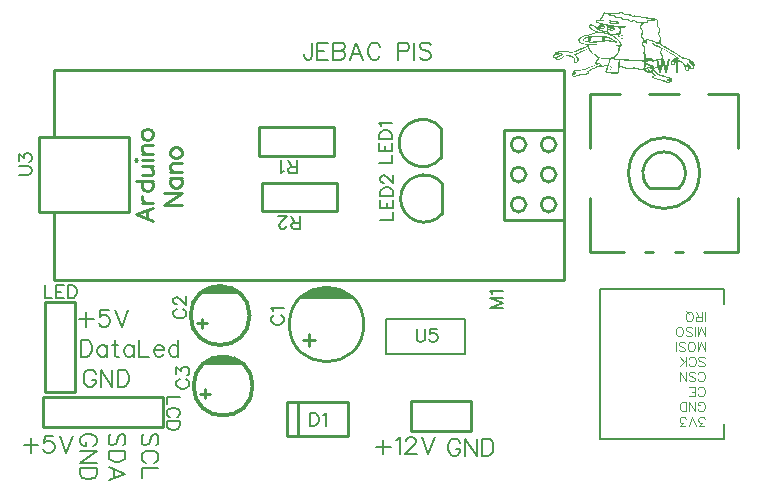
<source format=gto>
G04 Layer: TopSilkscreenLayer*
G04 EasyEDA v6.4.31, 2022-02-21 16:35:37*
G04 86a35107d0e148c68cbe8ff221d4d82a,63e7e6c6506342ae886175fa881d857f,10*
G04 Gerber Generator version 0.2*
G04 Scale: 100 percent, Rotated: No, Reflected: No *
G04 Dimensions in millimeters *
G04 leading zeros omitted , absolute positions ,4 integer and 5 decimal *
%FSLAX45Y45*%
%MOMM*%

%ADD10C,0.2540*%
%ADD12C,0.3000*%
%ADD25C,0.1524*%
%ADD26C,0.1270*%
%ADD27C,0.2032*%
%ADD28C,0.0650*%

%LPD*%
G36*
X11070844Y-2140661D02*
G01*
X11066322Y-2140762D01*
X11061344Y-2141728D01*
X11055654Y-2143607D01*
X11034979Y-2152396D01*
X11021669Y-2148840D01*
X11015218Y-2147519D01*
X11008410Y-2146858D01*
X11001603Y-2146858D01*
X10983569Y-2149043D01*
X10977422Y-2149398D01*
X10964265Y-2149348D01*
X10957102Y-2148992D01*
X10941304Y-2147468D01*
X10925657Y-2145588D01*
X10917123Y-2151989D01*
X10913262Y-2155545D01*
X10910214Y-2159812D01*
X10907979Y-2164689D01*
X10905388Y-2175205D01*
X10903610Y-2179574D01*
X10901426Y-2182977D01*
X10899089Y-2184958D01*
X10896396Y-2186889D01*
X10893196Y-2190089D01*
X10889843Y-2194001D01*
X10886744Y-2198319D01*
X10879988Y-2208834D01*
X10869726Y-2208834D01*
X10864392Y-2209241D01*
X10860074Y-2210460D01*
X10856772Y-2212340D01*
X10854436Y-2214778D01*
X10853064Y-2217572D01*
X10852658Y-2220722D01*
X10852838Y-2221788D01*
X10862767Y-2221788D01*
X10863427Y-2220976D01*
X10865002Y-2220214D01*
X10867339Y-2219604D01*
X10874552Y-2218791D01*
X10885170Y-2218385D01*
X10900511Y-2218334D01*
X10907877Y-2217928D01*
X10913872Y-2217318D01*
X10918444Y-2216353D01*
X10921593Y-2215083D01*
X10923422Y-2213508D01*
X10923879Y-2211628D01*
X10923016Y-2209444D01*
X10921187Y-2208428D01*
X10917580Y-2207869D01*
X10912703Y-2207717D01*
X10901578Y-2208479D01*
X10897108Y-2208530D01*
X10894110Y-2208174D01*
X10892993Y-2207463D01*
X10893958Y-2205736D01*
X10896650Y-2202484D01*
X10911128Y-2187651D01*
X10915040Y-2182418D01*
X10917224Y-2177643D01*
X10917936Y-2173020D01*
X10919612Y-2166162D01*
X10924032Y-2160422D01*
X10930483Y-2156510D01*
X10938154Y-2155037D01*
X10941812Y-2155850D01*
X10947146Y-2158085D01*
X10953394Y-2161438D01*
X10957668Y-2164130D01*
X10977778Y-2164130D01*
X10978134Y-2162810D01*
X10980318Y-2161387D01*
X10984433Y-2159812D01*
X10990376Y-2158238D01*
X10998555Y-2156663D01*
X11005159Y-2156053D01*
X11010696Y-2156409D01*
X11024514Y-2160168D01*
X11033252Y-2160778D01*
X11041481Y-2159660D01*
X11049000Y-2156764D01*
X11053876Y-2154529D01*
X11058601Y-2153107D01*
X11063224Y-2152446D01*
X11067796Y-2152599D01*
X11072266Y-2153564D01*
X11076736Y-2155342D01*
X11081207Y-2157882D01*
X11085677Y-2161286D01*
X11096701Y-2170582D01*
X11135055Y-2166620D01*
X11144199Y-2173528D01*
X11149584Y-2176780D01*
X11156340Y-2179370D01*
X11164773Y-2181301D01*
X11175288Y-2182774D01*
X11226292Y-2188362D01*
X11248694Y-2190496D01*
X11260023Y-2191867D01*
X11270640Y-2193747D01*
X11279581Y-2195982D01*
X11283086Y-2197150D01*
X11291620Y-2200554D01*
X11299596Y-2202586D01*
X11308689Y-2204161D01*
X11329162Y-2206345D01*
X11332667Y-2207056D01*
X11334851Y-2207768D01*
X11335816Y-2208530D01*
X11335461Y-2209241D01*
X11333988Y-2209850D01*
X11331346Y-2210409D01*
X11322761Y-2211120D01*
X11299799Y-2210917D01*
X11292738Y-2211425D01*
X11288369Y-2212695D01*
X11285982Y-2214778D01*
X11277142Y-2228037D01*
X11210899Y-2226360D01*
X11194643Y-2217369D01*
X11189106Y-2214930D01*
X11183874Y-2213000D01*
X11178895Y-2211679D01*
X11174171Y-2210917D01*
X11169700Y-2210765D01*
X11165484Y-2211171D01*
X11161522Y-2212187D01*
X11152581Y-2215184D01*
X11121085Y-2199386D01*
X11087354Y-2203399D01*
X11063528Y-2183434D01*
X11047425Y-2183434D01*
X11039043Y-2183028D01*
X11032083Y-2181707D01*
X11025682Y-2179167D01*
X11012728Y-2171547D01*
X11006531Y-2169007D01*
X11000384Y-2167432D01*
X10994237Y-2166924D01*
X10987481Y-2166721D01*
X10982452Y-2166112D01*
X10979200Y-2165248D01*
X10977778Y-2164130D01*
X10957668Y-2164130D01*
X10975187Y-2175916D01*
X10989868Y-2175916D01*
X10996422Y-2176272D01*
X11001806Y-2177135D01*
X11005921Y-2178608D01*
X11008614Y-2180640D01*
X11011763Y-2183739D01*
X11015472Y-2186482D01*
X11019637Y-2188819D01*
X11024108Y-2190699D01*
X11028832Y-2192121D01*
X11033709Y-2192985D01*
X11038586Y-2193290D01*
X11043361Y-2192985D01*
X11055502Y-2191410D01*
X11074704Y-2205329D01*
X11079886Y-2208682D01*
X11084356Y-2211070D01*
X11088370Y-2212644D01*
X11092180Y-2213406D01*
X11095939Y-2213406D01*
X11099901Y-2212797D01*
X11114989Y-2208225D01*
X11147044Y-2224176D01*
X11176152Y-2220315D01*
X11192916Y-2228494D01*
X11200993Y-2231948D01*
X11208766Y-2234488D01*
X11216132Y-2235962D01*
X11222939Y-2236419D01*
X11228070Y-2236520D01*
X11232286Y-2236876D01*
X11235131Y-2237435D01*
X11236198Y-2238197D01*
X11234216Y-2244140D01*
X11223647Y-2269083D01*
X11235182Y-2269083D01*
X11248186Y-2240229D01*
X11271554Y-2237790D01*
X11280952Y-2235657D01*
X11286591Y-2232558D01*
X11289893Y-2228088D01*
X11293348Y-2220772D01*
X11315496Y-2220671D01*
X11325453Y-2220366D01*
X11333530Y-2219502D01*
X11339626Y-2218080D01*
X11346840Y-2214473D01*
X11350955Y-2213102D01*
X11355527Y-2212136D01*
X11360048Y-2211832D01*
X11370360Y-2211832D01*
X11370716Y-2221992D01*
X11370411Y-2231136D01*
X11369548Y-2243023D01*
X11369344Y-2249119D01*
X11369548Y-2254199D01*
X11370208Y-2258415D01*
X11371326Y-2262073D01*
X11373002Y-2265324D01*
X11375237Y-2268423D01*
X11381435Y-2275179D01*
X11383873Y-2278735D01*
X11385499Y-2282393D01*
X11386261Y-2286406D01*
X11386210Y-2291029D01*
X11385346Y-2296414D01*
X11383721Y-2302865D01*
X11375898Y-2326995D01*
X11392712Y-2365298D01*
X11388496Y-2405430D01*
X11342268Y-2386076D01*
X11326368Y-2380030D01*
X11312093Y-2375154D01*
X11306098Y-2373325D01*
X11297412Y-2371293D01*
X11282883Y-2369413D01*
X11276685Y-2374747D01*
X11274298Y-2377186D01*
X11272316Y-2379726D01*
X11270996Y-2382113D01*
X11270538Y-2384094D01*
X11272164Y-2391918D01*
X11276126Y-2401163D01*
X11280902Y-2408834D01*
X11284915Y-2412085D01*
X11287912Y-2410561D01*
X11289131Y-2406802D01*
X11288471Y-2402230D01*
X11284610Y-2396286D01*
X11283746Y-2393696D01*
X11283391Y-2390749D01*
X11283492Y-2387752D01*
X11284559Y-2380691D01*
X11297361Y-2381758D01*
X11304168Y-2383231D01*
X11312601Y-2385669D01*
X11322405Y-2389022D01*
X11333429Y-2393188D01*
X11345418Y-2398064D01*
X11371681Y-2409647D01*
X11385448Y-2416098D01*
X11413388Y-2430068D01*
X11440515Y-2444750D01*
X11453215Y-2452116D01*
X11510772Y-2486812D01*
X11531295Y-2499918D01*
X11568328Y-2525268D01*
X11578945Y-2531770D01*
X11587276Y-2536088D01*
X11590324Y-2537256D01*
X11592356Y-2537663D01*
X11596878Y-2537866D01*
X11601805Y-2538476D01*
X11606987Y-2539441D01*
X11618112Y-2542336D01*
X11629644Y-2546248D01*
X11640972Y-2551023D01*
X11651589Y-2556357D01*
X11660886Y-2561996D01*
X11664848Y-2564892D01*
X11668252Y-2567736D01*
X11671046Y-2570581D01*
X11675211Y-2575560D01*
X11677853Y-2579166D01*
X11679021Y-2581452D01*
X11678818Y-2582367D01*
X11677294Y-2581859D01*
X11674449Y-2579979D01*
X11670436Y-2576677D01*
X11656568Y-2564231D01*
X11649862Y-2559812D01*
X11644782Y-2558643D01*
X11640921Y-2560370D01*
X11641378Y-2562199D01*
X11644020Y-2565806D01*
X11648389Y-2570683D01*
X11659158Y-2581402D01*
X11663527Y-2586583D01*
X11667134Y-2591714D01*
X11669877Y-2596692D01*
X11671757Y-2601366D01*
X11672722Y-2605582D01*
X11672620Y-2609291D01*
X11671503Y-2612288D01*
X11668506Y-2615031D01*
X11665153Y-2613914D01*
X11661038Y-2608681D01*
X11652504Y-2593035D01*
X11648846Y-2587599D01*
X11644934Y-2582722D01*
X11640820Y-2578557D01*
X11636654Y-2575153D01*
X11632488Y-2572664D01*
X11628424Y-2571038D01*
X11624564Y-2570530D01*
X11621363Y-2571140D01*
X11620652Y-2574747D01*
X11622786Y-2583789D01*
X11628018Y-2600807D01*
X11629898Y-2607818D01*
X11631066Y-2614168D01*
X11631523Y-2619806D01*
X11631320Y-2624582D01*
X11630406Y-2628392D01*
X11628831Y-2631084D01*
X11626596Y-2632557D01*
X11623751Y-2632710D01*
X11621160Y-2631389D01*
X11619179Y-2628290D01*
X11617655Y-2623058D01*
X11615369Y-2607868D01*
X11613946Y-2601061D01*
X11612168Y-2594813D01*
X11609984Y-2589072D01*
X11607393Y-2583789D01*
X11604345Y-2578963D01*
X11600789Y-2574544D01*
X11596725Y-2570480D01*
X11592102Y-2566670D01*
X11586972Y-2563164D01*
X11581180Y-2559862D01*
X11574729Y-2556713D01*
X11568226Y-2553970D01*
X11562334Y-2551938D01*
X11556847Y-2550617D01*
X11551666Y-2549956D01*
X11546535Y-2550058D01*
X11541302Y-2550820D01*
X11535765Y-2552242D01*
X11529771Y-2554325D01*
X11517426Y-2559050D01*
X11513312Y-2571496D01*
X11511076Y-2577287D01*
X11508740Y-2581148D01*
X11506098Y-2583281D01*
X11502948Y-2583942D01*
X11496751Y-2583942D01*
X11497259Y-2573528D01*
X11498224Y-2568092D01*
X11500459Y-2562910D01*
X11503914Y-2558034D01*
X11508486Y-2553563D01*
X11514124Y-2549601D01*
X11520728Y-2546146D01*
X11528196Y-2543251D01*
X11543792Y-2539187D01*
X11549481Y-2537155D01*
X11553139Y-2535174D01*
X11554460Y-2533294D01*
X11554104Y-2532329D01*
X11551259Y-2529281D01*
X11545824Y-2524912D01*
X11538153Y-2519375D01*
X11528501Y-2512872D01*
X11504269Y-2497480D01*
X11475415Y-2480005D01*
X11444173Y-2461818D01*
X11412880Y-2444242D01*
X11383670Y-2428494D01*
X11370614Y-2421686D01*
X11348923Y-2411171D01*
X11340846Y-2407767D01*
X11335004Y-2405786D01*
X11333022Y-2405430D01*
X11327536Y-2405989D01*
X11324590Y-2408326D01*
X11324844Y-2411374D01*
X11328755Y-2413914D01*
X11335156Y-2416403D01*
X11357254Y-2426411D01*
X11381486Y-2438298D01*
X11394998Y-2445562D01*
X11398199Y-2447645D01*
X11400383Y-2449830D01*
X11401602Y-2452522D01*
X11402009Y-2456281D01*
X11401755Y-2461564D01*
X11397691Y-2492552D01*
X11404295Y-2503322D01*
X11408410Y-2511806D01*
X11410543Y-2520238D01*
X11410543Y-2527858D01*
X11408308Y-2533954D01*
X11405362Y-2535783D01*
X11399266Y-2537917D01*
X11390884Y-2540152D01*
X11376914Y-2542794D01*
X11353292Y-2545689D01*
X11316055Y-2549042D01*
X11288674Y-2550922D01*
X11278158Y-2551379D01*
X11270945Y-2551430D01*
X11267846Y-2551023D01*
X11267795Y-2549601D01*
X11268456Y-2546604D01*
X11273840Y-2532278D01*
X11275314Y-2527655D01*
X11276177Y-2523540D01*
X11276380Y-2519629D01*
X11275974Y-2515717D01*
X11274856Y-2511501D01*
X11273078Y-2506776D01*
X11264544Y-2488031D01*
X11271046Y-2463495D01*
X11272062Y-2457348D01*
X11272418Y-2451862D01*
X11271961Y-2446782D01*
X11270742Y-2441854D01*
X11268710Y-2436926D01*
X11265763Y-2431745D01*
X11261953Y-2426055D01*
X11253724Y-2414625D01*
X11259210Y-2394458D01*
X11260328Y-2388362D01*
X11260836Y-2382977D01*
X11260734Y-2378151D01*
X11259921Y-2373680D01*
X11258448Y-2369515D01*
X11256264Y-2365400D01*
X11250371Y-2357018D01*
X11248186Y-2352954D01*
X11246713Y-2348839D01*
X11246002Y-2344521D01*
X11246053Y-2339746D01*
X11246764Y-2334412D01*
X11248186Y-2328214D01*
X11255044Y-2306167D01*
X11235182Y-2269083D01*
X11223647Y-2269083D01*
X11222634Y-2271420D01*
X11236248Y-2292502D01*
X11238992Y-2297379D01*
X11240820Y-2301595D01*
X11241735Y-2305608D01*
X11241836Y-2309723D01*
X11241176Y-2314397D01*
X11235842Y-2332939D01*
X11234775Y-2338222D01*
X11234420Y-2343048D01*
X11234826Y-2347569D01*
X11235994Y-2352090D01*
X11237976Y-2356764D01*
X11240820Y-2361844D01*
X11252708Y-2379370D01*
X11241735Y-2414117D01*
X11246561Y-2423007D01*
X11248847Y-2426817D01*
X11251387Y-2430475D01*
X11253978Y-2433624D01*
X11256264Y-2435809D01*
X11258245Y-2438146D01*
X11259667Y-2441498D01*
X11260582Y-2445715D01*
X11260988Y-2450744D01*
X11260886Y-2456434D01*
X11260277Y-2462682D01*
X11259108Y-2469286D01*
X11257432Y-2476195D01*
X11253673Y-2489606D01*
X11258956Y-2500274D01*
X11261039Y-2505151D01*
X11262664Y-2510637D01*
X11263731Y-2515971D01*
X11264036Y-2520543D01*
X11262766Y-2530246D01*
X11259921Y-2540203D01*
X11256416Y-2547924D01*
X11253063Y-2551023D01*
X11220754Y-2549956D01*
X11161369Y-2547213D01*
X11109756Y-2544013D01*
X11061649Y-2540254D01*
X11039703Y-2538222D01*
X10995761Y-2533599D01*
X11004804Y-2529941D01*
X11009833Y-2527604D01*
X11014710Y-2524709D01*
X11019485Y-2521305D01*
X11024057Y-2517394D01*
X11028426Y-2513076D01*
X11032591Y-2508402D01*
X11036503Y-2503373D01*
X11040110Y-2498090D01*
X11043412Y-2492552D01*
X11046358Y-2486812D01*
X11048949Y-2480919D01*
X11051133Y-2474925D01*
X11052860Y-2468880D01*
X11054181Y-2462784D01*
X11054943Y-2456789D01*
X11055451Y-2444089D01*
X11056213Y-2439517D01*
X11057534Y-2436825D01*
X11059414Y-2436012D01*
X11061496Y-2435504D01*
X11064087Y-2434183D01*
X11066830Y-2432253D01*
X11069370Y-2429916D01*
X11075111Y-2423820D01*
X11069320Y-2408682D01*
X11067288Y-2404516D01*
X11062208Y-2395931D01*
X11055908Y-2387142D01*
X11048492Y-2378252D01*
X11040059Y-2369413D01*
X11030712Y-2360726D01*
X11020602Y-2352344D01*
X11009833Y-2344369D01*
X11000638Y-2337968D01*
X11020907Y-2338120D01*
X11027562Y-2337968D01*
X11033963Y-2337308D01*
X11040160Y-2336241D01*
X11045901Y-2334768D01*
X11051184Y-2333040D01*
X11055908Y-2331008D01*
X11059871Y-2328722D01*
X11063071Y-2326335D01*
X11065408Y-2323795D01*
X11066678Y-2321204D01*
X11066881Y-2318613D01*
X11064951Y-2313076D01*
X11064138Y-2307844D01*
X11063528Y-2301087D01*
X11063020Y-2274570D01*
X11080191Y-2274570D01*
X11093907Y-2274062D01*
X11103660Y-2272690D01*
X11109452Y-2270404D01*
X11111382Y-2267204D01*
X11110772Y-2266238D01*
X11108791Y-2265375D01*
X11105337Y-2264613D01*
X11100358Y-2263902D01*
X11085169Y-2262733D01*
X11049558Y-2261260D01*
X11026190Y-2259787D01*
X11015167Y-2258822D01*
X10993577Y-2256180D01*
X10971428Y-2252522D01*
X10947298Y-2247595D01*
X10919714Y-2241245D01*
X10901832Y-2236825D01*
X10887354Y-2232863D01*
X10876178Y-2229358D01*
X10868355Y-2226360D01*
X10865713Y-2225040D01*
X10863884Y-2223820D01*
X10862919Y-2222754D01*
X10862767Y-2221788D01*
X10852838Y-2221788D01*
X10853216Y-2224024D01*
X10854791Y-2227376D01*
X10857280Y-2230628D01*
X10860735Y-2233726D01*
X10865154Y-2236470D01*
X10870539Y-2238806D01*
X10883900Y-2243531D01*
X10877499Y-2251354D01*
X10875428Y-2254300D01*
X10888319Y-2254300D01*
X10889996Y-2252980D01*
X10892332Y-2251710D01*
X10894974Y-2250592D01*
X10904270Y-2248255D01*
X10905591Y-2248103D01*
X10904778Y-2249322D01*
X10903762Y-2250338D01*
X10898936Y-2253132D01*
X10892942Y-2255215D01*
X10888472Y-2255824D01*
X10888319Y-2254300D01*
X10875428Y-2254300D01*
X10872419Y-2259584D01*
X10870438Y-2264156D01*
X10868890Y-2269642D01*
X10892993Y-2269642D01*
X10892993Y-2264460D01*
X10896955Y-2269693D01*
X10901172Y-2272690D01*
X10905998Y-2272995D01*
X10910011Y-2270912D01*
X10911687Y-2266797D01*
X10911941Y-2265172D01*
X10912602Y-2263851D01*
X10913618Y-2262936D01*
X10914837Y-2262632D01*
X10916056Y-2263089D01*
X10917021Y-2264359D01*
X10917682Y-2266238D01*
X10917936Y-2268524D01*
X10917428Y-2271217D01*
X10915954Y-2273401D01*
X10913465Y-2275128D01*
X10910163Y-2276348D01*
X10903153Y-2277211D01*
X10897768Y-2276297D01*
X10894212Y-2273706D01*
X10892993Y-2269642D01*
X10868890Y-2269642D01*
X10867984Y-2273960D01*
X10878921Y-2273960D01*
X10880750Y-2275484D01*
X10890554Y-2286863D01*
X10904728Y-2285949D01*
X10911890Y-2285136D01*
X10917224Y-2283612D01*
X10921339Y-2281021D01*
X10924997Y-2277160D01*
X10928705Y-2270353D01*
X10929061Y-2264054D01*
X10926216Y-2258466D01*
X10920222Y-2254097D01*
X10913262Y-2250643D01*
X10928959Y-2253488D01*
X10938560Y-2255824D01*
X10942218Y-2256993D01*
X10947908Y-2259990D01*
X10950702Y-2264003D01*
X10950600Y-2269337D01*
X10945876Y-2280310D01*
X10944352Y-2284882D01*
X10943285Y-2289403D01*
X10942918Y-2294991D01*
X10953089Y-2294991D01*
X10953546Y-2288743D01*
X10955629Y-2282748D01*
X10959236Y-2277313D01*
X10964468Y-2272588D01*
X10968278Y-2270252D01*
X10970107Y-2270302D01*
X10970006Y-2272944D01*
X10968177Y-2278329D01*
X10966297Y-2286101D01*
X10966789Y-2289098D01*
X10979048Y-2289098D01*
X10980013Y-2288387D01*
X10981791Y-2287930D01*
X10987227Y-2287524D01*
X10989614Y-2286508D01*
X10991291Y-2284730D01*
X10992256Y-2282393D01*
X10993424Y-2276754D01*
X10985449Y-2278227D01*
X10982452Y-2278583D01*
X10980267Y-2278532D01*
X10979048Y-2278024D01*
X10979048Y-2277160D01*
X10982756Y-2274976D01*
X10988497Y-2274722D01*
X10994542Y-2276144D01*
X10999063Y-2279040D01*
X11002924Y-2283561D01*
X10999063Y-2288032D01*
X10994593Y-2290927D01*
X10988548Y-2292350D01*
X10982756Y-2292146D01*
X10979099Y-2290064D01*
X10979048Y-2289098D01*
X10966789Y-2289098D01*
X10967364Y-2292604D01*
X10971225Y-2297734D01*
X10977778Y-2301240D01*
X10982299Y-2302205D01*
X10987125Y-2302408D01*
X10992104Y-2301748D01*
X10996930Y-2300478D01*
X11001502Y-2298496D01*
X11005566Y-2296007D01*
X11008969Y-2293010D01*
X11011509Y-2289606D01*
X11015116Y-2283155D01*
X11005210Y-2268677D01*
X11024768Y-2270455D01*
X11034064Y-2271623D01*
X11041075Y-2273198D01*
X11046155Y-2275382D01*
X11049762Y-2278227D01*
X11053165Y-2283256D01*
X11054842Y-2288844D01*
X11054791Y-2294686D01*
X11053165Y-2300681D01*
X11050066Y-2306523D01*
X11045444Y-2312111D01*
X11039551Y-2317191D01*
X11032337Y-2321560D01*
X11026597Y-2323744D01*
X11019332Y-2325319D01*
X11010544Y-2326182D01*
X11000028Y-2326436D01*
X10977575Y-2326386D01*
X10966602Y-2318359D01*
X10960912Y-2313228D01*
X10956747Y-2307488D01*
X10954156Y-2301341D01*
X10953089Y-2294991D01*
X10942918Y-2294991D01*
X10942878Y-2301494D01*
X10930026Y-2301494D01*
X10924286Y-2300884D01*
X10916970Y-2299309D01*
X10908792Y-2296972D01*
X10900511Y-2294178D01*
X10892840Y-2291130D01*
X10886440Y-2288184D01*
X10882122Y-2285492D01*
X10880496Y-2283409D01*
X10879886Y-2280107D01*
X10878464Y-2275586D01*
X10878159Y-2273960D01*
X10867984Y-2273960D01*
X10867237Y-2277516D01*
X10849508Y-2264511D01*
X10841075Y-2258720D01*
X10833760Y-2254046D01*
X10827308Y-2250440D01*
X10821720Y-2247798D01*
X10816793Y-2246071D01*
X10812475Y-2245258D01*
X10808614Y-2245207D01*
X10803585Y-2246071D01*
X10799622Y-2247595D01*
X10796625Y-2249678D01*
X10794542Y-2252319D01*
X10793425Y-2255367D01*
X10793301Y-2259330D01*
X10804499Y-2259330D01*
X10804702Y-2255520D01*
X10808106Y-2253843D01*
X10812932Y-2254554D01*
X10819841Y-2257806D01*
X10829442Y-2263851D01*
X10860430Y-2284323D01*
X10870946Y-2290775D01*
X10879836Y-2295702D01*
X10888319Y-2299868D01*
X10919510Y-2313279D01*
X10903559Y-2313178D01*
X10898428Y-2312568D01*
X10892840Y-2311603D01*
X10880648Y-2308656D01*
X10867694Y-2304643D01*
X10854690Y-2299716D01*
X10848390Y-2297074D01*
X10836554Y-2291384D01*
X10831220Y-2288438D01*
X10826394Y-2285492D01*
X10822178Y-2282545D01*
X10818622Y-2279700D01*
X10812373Y-2272944D01*
X10807344Y-2265629D01*
X10804499Y-2259330D01*
X10793301Y-2259330D01*
X10793882Y-2262682D01*
X10795355Y-2266746D01*
X10797641Y-2271014D01*
X10800740Y-2275433D01*
X10804550Y-2279954D01*
X10809122Y-2284476D01*
X10814405Y-2288946D01*
X10820349Y-2293315D01*
X10826902Y-2297480D01*
X10834116Y-2301443D01*
X10853470Y-2311349D01*
X10840331Y-2315718D01*
X10919510Y-2315718D01*
X10937240Y-2311552D01*
X10942523Y-2310942D01*
X10945672Y-2311552D01*
X10947603Y-2313432D01*
X10947349Y-2314651D01*
X10944961Y-2315514D01*
X10940643Y-2316022D01*
X10934496Y-2316073D01*
X10919510Y-2315718D01*
X10840331Y-2315718D01*
X10828782Y-2319528D01*
X10803737Y-2326538D01*
X10775594Y-2333345D01*
X10767771Y-2335479D01*
X10753242Y-2340254D01*
X10746536Y-2342845D01*
X10740237Y-2345588D01*
X10734395Y-2348433D01*
X10724032Y-2354478D01*
X10719562Y-2357678D01*
X10715599Y-2360930D01*
X10712145Y-2364232D01*
X10709249Y-2367635D01*
X10706862Y-2371090D01*
X10705033Y-2374595D01*
X10703814Y-2378100D01*
X10703407Y-2382164D01*
X10703998Y-2385314D01*
X10713872Y-2385314D01*
X10716920Y-2377033D01*
X10718546Y-2373680D01*
X10720984Y-2370378D01*
X10724134Y-2367076D01*
X10728045Y-2363876D01*
X10732668Y-2360777D01*
X10738002Y-2357729D01*
X10743996Y-2354783D01*
X10757966Y-2349246D01*
X10765942Y-2346655D01*
X10783570Y-2341880D01*
X10798657Y-2338120D01*
X10814964Y-2333752D01*
X10830509Y-2329281D01*
X10853877Y-2322118D01*
X10863224Y-2319731D01*
X10870387Y-2318359D01*
X10874248Y-2318308D01*
X10878312Y-2319172D01*
X10895736Y-2321610D01*
X10915142Y-2323795D01*
X10929721Y-2325725D01*
X10942523Y-2327910D01*
X10953902Y-2330500D01*
X10964164Y-2333498D01*
X10973663Y-2337104D01*
X10982858Y-2341422D01*
X10992002Y-2346502D01*
X11002822Y-2353310D01*
X11014151Y-2361234D01*
X11024260Y-2369312D01*
X11028934Y-2373376D01*
X11037570Y-2381859D01*
X11045393Y-2390800D01*
X11052606Y-2400350D01*
X11056061Y-2405532D01*
X11058601Y-2410104D01*
X11060226Y-2414016D01*
X11061039Y-2417318D01*
X11060887Y-2420010D01*
X11059871Y-2422093D01*
X11057890Y-2423566D01*
X11055045Y-2424531D01*
X11051235Y-2424836D01*
X11046510Y-2424633D01*
X11040821Y-2423871D01*
X11024006Y-2420315D01*
X11024006Y-2425090D01*
X11024768Y-2427224D01*
X11026800Y-2429256D01*
X11030000Y-2431034D01*
X11034166Y-2432405D01*
X11044326Y-2434996D01*
X11043716Y-2457246D01*
X11043056Y-2462834D01*
X11042142Y-2468219D01*
X11040821Y-2473452D01*
X11039195Y-2478430D01*
X11037265Y-2483256D01*
X11034979Y-2487828D01*
X11032337Y-2492248D01*
X11029391Y-2496413D01*
X11026140Y-2500426D01*
X11022533Y-2504186D01*
X11018621Y-2507742D01*
X11013592Y-2511755D01*
X11008512Y-2515311D01*
X11003330Y-2518410D01*
X10997996Y-2521102D01*
X10992358Y-2523388D01*
X10986414Y-2525318D01*
X10980064Y-2526893D01*
X10973257Y-2528112D01*
X10965891Y-2529027D01*
X10957915Y-2529636D01*
X10949228Y-2529992D01*
X10907014Y-2529941D01*
X10881512Y-2519680D01*
X10870082Y-2514295D01*
X10859262Y-2508300D01*
X10849102Y-2501798D01*
X10839653Y-2494737D01*
X10830966Y-2487269D01*
X10822990Y-2479344D01*
X10815878Y-2471013D01*
X10809579Y-2462377D01*
X10804194Y-2453386D01*
X10799673Y-2444089D01*
X10796117Y-2434590D01*
X10792764Y-2422194D01*
X10803077Y-2423261D01*
X10809884Y-2423515D01*
X10818266Y-2423312D01*
X10827461Y-2422702D01*
X10836757Y-2421788D01*
X10845342Y-2420569D01*
X10852505Y-2419299D01*
X10857484Y-2417927D01*
X10859516Y-2416556D01*
X10858804Y-2415895D01*
X10856417Y-2415184D01*
X10847019Y-2413914D01*
X10831931Y-2412796D01*
X10763504Y-2410256D01*
X10744860Y-2403703D01*
X10737138Y-2400655D01*
X10729874Y-2397302D01*
X10723880Y-2394000D01*
X10720019Y-2391206D01*
X10713872Y-2385314D01*
X10703998Y-2385314D01*
X10704169Y-2386228D01*
X10706049Y-2390292D01*
X10708944Y-2394356D01*
X10712856Y-2398268D01*
X10717682Y-2402027D01*
X10723372Y-2405583D01*
X10729823Y-2408936D01*
X10736986Y-2411933D01*
X10744809Y-2414625D01*
X10753191Y-2416911D01*
X10769295Y-2420264D01*
X10775188Y-2421737D01*
X10779201Y-2423109D01*
X10780674Y-2424125D01*
X10777829Y-2425852D01*
X10758424Y-2434996D01*
X10727791Y-2448560D01*
X10694517Y-2462885D01*
X10667136Y-2474214D01*
X10658297Y-2477566D01*
X10653115Y-2478735D01*
X10646308Y-2478887D01*
X10637418Y-2478074D01*
X10619689Y-2475179D01*
X10606481Y-2473502D01*
X10592866Y-2472436D01*
X10579150Y-2472029D01*
X10565739Y-2472182D01*
X10552836Y-2472893D01*
X10540796Y-2474163D01*
X10529976Y-2475941D01*
X10525048Y-2477008D01*
X10516565Y-2479598D01*
X10513060Y-2481072D01*
X10510062Y-2482646D01*
X10506710Y-2485593D01*
X10502696Y-2490470D01*
X10498480Y-2496667D01*
X10494619Y-2503474D01*
X10491520Y-2510028D01*
X10489488Y-2515463D01*
X10488854Y-2518562D01*
X10499852Y-2518562D01*
X10500309Y-2515920D01*
X10501782Y-2513431D01*
X10504424Y-2511196D01*
X10508234Y-2509012D01*
X10513466Y-2506929D01*
X10520172Y-2504795D01*
X10528452Y-2502662D01*
X10548112Y-2498191D01*
X10555935Y-2496108D01*
X10561878Y-2494127D01*
X10565892Y-2492349D01*
X10567924Y-2490724D01*
X10567924Y-2489352D01*
X10565841Y-2488234D01*
X10561574Y-2487422D01*
X10557154Y-2487422D01*
X10550347Y-2488082D01*
X10542168Y-2489250D01*
X10526115Y-2492095D01*
X10520426Y-2492756D01*
X10516565Y-2492908D01*
X10514533Y-2492502D01*
X10514482Y-2491638D01*
X10516514Y-2490419D01*
X10520781Y-2488895D01*
X10532059Y-2485999D01*
X10541812Y-2484170D01*
X10551820Y-2482900D01*
X10562285Y-2482138D01*
X10573156Y-2481884D01*
X10584586Y-2482189D01*
X10596676Y-2483053D01*
X10609529Y-2484424D01*
X10652607Y-2490317D01*
X10669981Y-2484018D01*
X10686999Y-2477160D01*
X10774578Y-2439924D01*
X10784332Y-2436164D01*
X10785246Y-2436520D01*
X10786160Y-2437587D01*
X10786973Y-2439212D01*
X10787532Y-2441244D01*
X10786872Y-2444292D01*
X10783062Y-2447798D01*
X10775492Y-2452217D01*
X10756544Y-2461158D01*
X10726572Y-2474214D01*
X10698226Y-2485847D01*
X10686491Y-2490419D01*
X10677296Y-2493721D01*
X10671403Y-2495550D01*
X10665155Y-2496921D01*
X10663275Y-2499868D01*
X10664393Y-2503627D01*
X10668558Y-2507488D01*
X10672318Y-2510028D01*
X10681716Y-2517546D01*
X10686288Y-2521559D01*
X10696397Y-2531059D01*
X10696397Y-2544673D01*
X10696092Y-2551379D01*
X10695127Y-2556103D01*
X10693247Y-2559304D01*
X10690352Y-2561437D01*
X10683798Y-2564079D01*
X10679938Y-2563164D01*
X10678160Y-2557983D01*
X10677702Y-2547772D01*
X10677702Y-2531059D01*
X10668406Y-2522778D01*
X10664088Y-2519426D01*
X10658957Y-2516428D01*
X10653115Y-2513888D01*
X10646664Y-2511704D01*
X10639704Y-2510028D01*
X10632236Y-2508758D01*
X10624413Y-2507996D01*
X10616234Y-2507742D01*
X10608818Y-2507894D01*
X10602112Y-2508504D01*
X10595864Y-2509570D01*
X10589768Y-2511247D01*
X10583621Y-2513584D01*
X10577068Y-2516682D01*
X10569905Y-2520594D01*
X10553954Y-2530246D01*
X10547146Y-2534056D01*
X10541304Y-2536901D01*
X10536377Y-2538831D01*
X10532211Y-2539898D01*
X10528858Y-2540050D01*
X10526115Y-2539441D01*
X10523931Y-2537968D01*
X10522610Y-2535834D01*
X10522864Y-2533396D01*
X10524591Y-2530703D01*
X10527792Y-2527757D01*
X10532364Y-2524556D01*
X10538358Y-2521204D01*
X10545775Y-2517648D01*
X10562285Y-2510586D01*
X10568482Y-2507640D01*
X10573054Y-2505049D01*
X10576001Y-2502865D01*
X10577220Y-2501138D01*
X10576712Y-2499817D01*
X10574477Y-2499055D01*
X10570464Y-2498750D01*
X10566095Y-2499512D01*
X10559542Y-2501442D01*
X10551668Y-2504287D01*
X10543235Y-2507691D01*
X10535056Y-2511298D01*
X10527893Y-2514803D01*
X10522559Y-2517851D01*
X10519867Y-2520086D01*
X10515549Y-2522321D01*
X10508792Y-2522677D01*
X10502595Y-2521356D01*
X10499852Y-2518562D01*
X10488854Y-2518562D01*
X10488574Y-2519934D01*
X10488879Y-2523642D01*
X10490301Y-2526639D01*
X10492994Y-2529078D01*
X10496956Y-2531160D01*
X10506100Y-2534462D01*
X10509504Y-2536545D01*
X10512044Y-2538831D01*
X10513364Y-2541168D01*
X10516565Y-2545943D01*
X10522559Y-2549093D01*
X10530230Y-2550261D01*
X10538663Y-2549194D01*
X10543997Y-2547112D01*
X10551668Y-2543251D01*
X10560608Y-2538171D01*
X10569905Y-2532430D01*
X10591901Y-2518206D01*
X10616844Y-2518460D01*
X10626344Y-2518765D01*
X10634827Y-2519578D01*
X10642295Y-2520848D01*
X10648746Y-2522575D01*
X10654284Y-2524810D01*
X10658856Y-2527554D01*
X10662462Y-2530754D01*
X10665104Y-2534462D01*
X10666374Y-2537917D01*
X10667390Y-2542946D01*
X10668050Y-2548991D01*
X10668304Y-2555240D01*
X10668304Y-2570276D01*
X10674350Y-2573375D01*
X10679582Y-2574798D01*
X10685221Y-2574290D01*
X10690961Y-2572105D01*
X10696498Y-2568549D01*
X10701375Y-2563876D01*
X10705338Y-2558389D01*
X10707928Y-2552344D01*
X10708894Y-2546045D01*
X10708538Y-2541981D01*
X10707624Y-2537612D01*
X10706049Y-2533040D01*
X10704017Y-2528366D01*
X10701426Y-2523693D01*
X10698429Y-2519070D01*
X10695025Y-2514650D01*
X10691266Y-2510485D01*
X10683748Y-2502712D01*
X10722254Y-2487066D01*
X10771124Y-2465730D01*
X10789412Y-2458059D01*
X10792764Y-2456942D01*
X10794034Y-2457754D01*
X10795965Y-2460040D01*
X10798352Y-2463444D01*
X10802975Y-2471064D01*
X10805718Y-2474823D01*
X10812627Y-2482951D01*
X10821162Y-2491486D01*
X10830864Y-2500122D01*
X10841431Y-2508504D01*
X10846866Y-2512517D01*
X10859160Y-2521000D01*
X10864799Y-2525623D01*
X10868812Y-2529535D01*
X10870488Y-2532227D01*
X10869980Y-2534920D01*
X10867898Y-2538831D01*
X10864545Y-2543454D01*
X10852454Y-2557373D01*
X10847984Y-2565501D01*
X10847392Y-2569159D01*
X10858906Y-2569159D01*
X10859262Y-2566568D01*
X10861141Y-2563114D01*
X10864596Y-2558745D01*
X10873841Y-2548737D01*
X10877296Y-2544064D01*
X10879632Y-2539949D01*
X10880496Y-2537002D01*
X10880902Y-2533345D01*
X10883188Y-2532075D01*
X10888776Y-2533091D01*
X10902746Y-2537460D01*
X10911687Y-2539136D01*
X10922508Y-2540406D01*
X10934496Y-2541066D01*
X10953089Y-2541422D01*
X10961319Y-2542032D01*
X10965738Y-2543149D01*
X10966653Y-2544673D01*
X10963605Y-2552903D01*
X10951870Y-2587752D01*
X10922000Y-2594762D01*
X10910163Y-2597251D01*
X10888116Y-2572715D01*
X10873384Y-2572969D01*
X10867339Y-2572867D01*
X10862919Y-2572258D01*
X10860125Y-2571038D01*
X10858906Y-2569159D01*
X10847392Y-2569159D01*
X10846866Y-2572410D01*
X10849305Y-2577947D01*
X10853115Y-2582367D01*
X10841685Y-2586532D01*
X10821619Y-2595575D01*
X10780217Y-2615387D01*
X10769650Y-2620060D01*
X10760506Y-2623413D01*
X10756239Y-2624734D01*
X10747502Y-2626715D01*
X10737900Y-2628087D01*
X10726369Y-2629154D01*
X10697413Y-2631338D01*
X10684205Y-2632913D01*
X10673791Y-2634640D01*
X10670133Y-2635453D01*
X10667695Y-2636266D01*
X10664545Y-2638094D01*
X10661700Y-2640584D01*
X10659110Y-2643733D01*
X10656773Y-2647543D01*
X10654792Y-2651963D01*
X10653115Y-2656992D01*
X10651744Y-2662580D01*
X10650728Y-2668778D01*
X10650474Y-2673400D01*
X10650832Y-2675788D01*
X10662716Y-2675788D01*
X10666526Y-2671470D01*
X10679988Y-2665272D01*
X10683595Y-2661666D01*
X10683849Y-2658516D01*
X10680039Y-2657144D01*
X10678617Y-2656941D01*
X10678261Y-2656382D01*
X10678972Y-2655417D01*
X10685475Y-2651099D01*
X10673384Y-2642260D01*
X10688980Y-2641549D01*
X10757255Y-2637028D01*
X10814050Y-2610561D01*
X10834471Y-2601264D01*
X10851286Y-2593949D01*
X10864545Y-2588615D01*
X10874197Y-2585161D01*
X10877651Y-2584196D01*
X10880191Y-2583738D01*
X10881868Y-2583738D01*
X10883087Y-2584196D01*
X10884255Y-2585110D01*
X10885271Y-2586278D01*
X10885932Y-2587599D01*
X10885424Y-2589174D01*
X10883239Y-2591003D01*
X10879734Y-2592882D01*
X10870895Y-2596032D01*
X10860227Y-2600248D01*
X10847679Y-2605836D01*
X10834217Y-2612288D01*
X10820908Y-2619197D01*
X10808614Y-2625953D01*
X10796574Y-2633116D01*
X10790580Y-2636316D01*
X10785957Y-2638450D01*
X10783316Y-2639263D01*
X10781995Y-2639872D01*
X10781284Y-2641600D01*
X10781182Y-2644394D01*
X10782300Y-2652217D01*
X10781792Y-2655519D01*
X10779861Y-2658160D01*
X10776051Y-2660345D01*
X10770006Y-2662224D01*
X10761268Y-2663952D01*
X10749483Y-2665730D01*
X10726369Y-2668778D01*
X10711281Y-2671114D01*
X10698124Y-2673553D01*
X10688523Y-2675788D01*
X10680852Y-2678430D01*
X10676026Y-2679852D01*
X10671606Y-2680766D01*
X10668203Y-2681122D01*
X10663072Y-2679547D01*
X10662716Y-2675788D01*
X10650832Y-2675788D01*
X10651083Y-2677464D01*
X10652404Y-2681020D01*
X10654487Y-2684018D01*
X10657230Y-2686405D01*
X10660583Y-2688234D01*
X10664494Y-2689453D01*
X10668965Y-2690012D01*
X10673892Y-2689961D01*
X10679277Y-2689199D01*
X10685068Y-2687777D01*
X10694009Y-2684678D01*
X10702594Y-2682595D01*
X10713923Y-2680512D01*
X10726521Y-2678734D01*
X10754817Y-2675382D01*
X10763504Y-2674010D01*
X10770870Y-2672588D01*
X10776966Y-2670962D01*
X10781893Y-2669184D01*
X10785754Y-2667203D01*
X10788700Y-2664917D01*
X10790783Y-2662275D01*
X10792155Y-2659278D01*
X10792917Y-2655874D01*
X10793120Y-2652014D01*
X10794390Y-2648915D01*
X10798048Y-2645156D01*
X10804144Y-2640736D01*
X10812627Y-2635707D01*
X10825734Y-2628646D01*
X10839196Y-2621737D01*
X10852404Y-2615285D01*
X10864646Y-2609646D01*
X10875365Y-2605024D01*
X10883849Y-2601823D01*
X10895330Y-2597962D01*
X10905286Y-2607462D01*
X10932312Y-2602738D01*
X10938764Y-2601925D01*
X10943386Y-2601569D01*
X10945418Y-2601772D01*
X10945266Y-2604109D01*
X10943945Y-2609494D01*
X10935614Y-2635402D01*
X10933480Y-2643174D01*
X10933173Y-2644952D01*
X10944809Y-2644952D01*
X10944910Y-2643682D01*
X10947095Y-2635707D01*
X10951413Y-2621838D01*
X10957356Y-2603754D01*
X10977930Y-2543606D01*
X10990834Y-2543606D01*
X10997438Y-2543860D01*
X11015065Y-2545588D01*
X11031880Y-2548128D01*
X11043361Y-2550464D01*
X11045494Y-2551226D01*
X11045698Y-2552395D01*
X11045596Y-2559253D01*
X11043869Y-2585618D01*
X11042613Y-2600401D01*
X11053673Y-2600401D01*
X11055705Y-2549347D01*
X11062309Y-2551023D01*
X11079429Y-2552344D01*
X11110569Y-2554122D01*
X11225072Y-2559761D01*
X11257178Y-2561996D01*
X11260734Y-2573324D01*
X11262512Y-2579674D01*
X11263630Y-2585466D01*
X11264087Y-2590749D01*
X11263884Y-2595575D01*
X11263020Y-2600045D01*
X11261496Y-2604262D01*
X11259261Y-2608173D01*
X11256314Y-2611983D01*
X11252504Y-2615996D01*
X11248898Y-2619095D01*
X11246549Y-2620518D01*
X11267287Y-2620518D01*
X11267592Y-2617063D01*
X11271504Y-2608884D01*
X11277904Y-2596438D01*
X11268608Y-2562301D01*
X11310620Y-2559608D01*
X11344097Y-2556662D01*
X11359337Y-2554986D01*
X11398453Y-2550007D01*
X11400840Y-2550972D01*
X11403228Y-2554427D01*
X11405717Y-2560624D01*
X11408308Y-2569667D01*
X11410442Y-2578862D01*
X11411508Y-2586126D01*
X11411559Y-2591511D01*
X11410543Y-2595067D01*
X11407597Y-2600401D01*
X11386515Y-2600401D01*
X11376101Y-2600756D01*
X11367414Y-2601823D01*
X11359946Y-2603754D01*
X11353088Y-2606598D01*
X11340693Y-2612745D01*
X11316716Y-2609646D01*
X11309502Y-2608986D01*
X11303203Y-2608834D01*
X11297666Y-2609088D01*
X11292738Y-2609850D01*
X11288217Y-2611069D01*
X11283899Y-2612847D01*
X11273679Y-2618333D01*
X11304270Y-2618333D01*
X11307775Y-2618638D01*
X11312245Y-2619552D01*
X11316970Y-2620822D01*
X11321542Y-2622448D01*
X11324031Y-2623769D01*
X11327282Y-2625902D01*
X11335410Y-2632354D01*
X11344859Y-2640888D01*
X11364214Y-2660192D01*
X11373916Y-2668879D01*
X11378387Y-2672588D01*
X11382451Y-2675636D01*
X11385956Y-2677972D01*
X11388801Y-2679496D01*
X11395964Y-2682036D01*
X11407038Y-2685389D01*
X11420398Y-2688996D01*
X11468760Y-2700528D01*
X11468171Y-2703474D01*
X11478158Y-2703474D01*
X11478260Y-2702153D01*
X11481003Y-2702560D01*
X11485727Y-2704896D01*
X11487404Y-2706116D01*
X11488521Y-2707284D01*
X11489029Y-2708351D01*
X11488826Y-2709113D01*
X11487759Y-2709316D01*
X11486032Y-2708859D01*
X11483746Y-2707792D01*
X11481308Y-2706268D01*
X11478158Y-2703474D01*
X11468171Y-2703474D01*
X11467795Y-2705354D01*
X11467998Y-2707589D01*
X11469420Y-2710180D01*
X11471757Y-2712821D01*
X11477853Y-2717342D01*
X11480342Y-2719628D01*
X11482070Y-2721813D01*
X11482679Y-2723540D01*
X11482120Y-2724404D01*
X11480647Y-2724150D01*
X11478412Y-2722981D01*
X11467795Y-2714752D01*
X11461038Y-2710992D01*
X11455908Y-2709824D01*
X11452809Y-2711399D01*
X11453520Y-2714955D01*
X11457533Y-2719781D01*
X11462918Y-2723997D01*
X11468760Y-2726131D01*
X11469522Y-2726791D01*
X11470030Y-2727756D01*
X11470182Y-2728925D01*
X11467947Y-2731414D01*
X11462054Y-2731719D01*
X11453977Y-2729941D01*
X11444986Y-2726232D01*
X11440160Y-2723896D01*
X11434978Y-2721711D01*
X11429339Y-2719679D01*
X11415725Y-2715768D01*
X11397488Y-2711551D01*
X11376101Y-2706928D01*
X11365992Y-2704084D01*
X11357000Y-2701137D01*
X11350244Y-2698343D01*
X11337645Y-2692196D01*
X11351564Y-2683865D01*
X11358727Y-2679090D01*
X11329720Y-2647950D01*
X11311839Y-2629814D01*
X11305794Y-2624277D01*
X11303965Y-2622854D01*
X11297208Y-2618333D01*
X11273679Y-2618333D01*
X11271097Y-2619756D01*
X11267287Y-2620518D01*
X11246549Y-2620518D01*
X11245291Y-2621280D01*
X11241582Y-2622550D01*
X11237518Y-2623007D01*
X11232896Y-2622651D01*
X11227663Y-2621584D01*
X11207800Y-2615641D01*
X11201450Y-2614117D01*
X11195304Y-2612898D01*
X11189360Y-2612034D01*
X11183518Y-2611475D01*
X11177676Y-2611221D01*
X11171834Y-2611272D01*
X11165840Y-2611628D01*
X11159642Y-2612288D01*
X11146383Y-2614472D01*
X11120526Y-2619603D01*
X11102289Y-2610002D01*
X11092992Y-2605481D01*
X11084763Y-2602534D01*
X11076940Y-2600909D01*
X11068862Y-2600401D01*
X11042613Y-2600401D01*
X11040262Y-2624836D01*
X11038840Y-2637129D01*
X11037620Y-2645003D01*
X11035741Y-2654198D01*
X11006226Y-2653944D01*
X10992967Y-2653080D01*
X10978591Y-2651607D01*
X10964926Y-2649728D01*
X10953597Y-2647696D01*
X10949330Y-2646730D01*
X10946333Y-2645816D01*
X10944809Y-2644952D01*
X10933173Y-2644952D01*
X10932515Y-2648762D01*
X10932769Y-2651302D01*
X10935208Y-2652623D01*
X10939221Y-2653995D01*
X10944656Y-2655417D01*
X10958677Y-2658211D01*
X10975543Y-2660853D01*
X10993526Y-2663088D01*
X11010849Y-2664663D01*
X11025835Y-2665425D01*
X11031880Y-2665425D01*
X11036706Y-2665171D01*
X11040008Y-2664561D01*
X11041989Y-2663698D01*
X11043615Y-2662275D01*
X11045037Y-2660040D01*
X11046256Y-2656840D01*
X11047323Y-2652420D01*
X11048390Y-2646578D01*
X11050574Y-2629662D01*
X11052505Y-2612644D01*
X11058804Y-2610713D01*
X11062716Y-2609951D01*
X11067288Y-2609850D01*
X11072418Y-2610307D01*
X11077905Y-2611323D01*
X11083696Y-2612847D01*
X11089589Y-2614930D01*
X11095482Y-2617470D01*
X11101273Y-2620467D01*
X11114786Y-2628036D01*
X11143742Y-2624836D01*
X11161725Y-2623108D01*
X11175238Y-2622346D01*
X11180775Y-2622296D01*
X11190478Y-2623007D01*
X11199622Y-2624683D01*
X11224666Y-2631592D01*
X11231016Y-2633116D01*
X11236756Y-2634234D01*
X11241989Y-2634996D01*
X11246713Y-2635402D01*
X11251082Y-2635453D01*
X11255146Y-2635148D01*
X11259058Y-2634488D01*
X11262817Y-2633472D01*
X11266525Y-2632100D01*
X11275771Y-2628087D01*
X11281156Y-2626410D01*
X11285778Y-2625598D01*
X11289030Y-2625750D01*
X11291519Y-2626969D01*
X11295075Y-2629458D01*
X11304778Y-2637790D01*
X11317478Y-2650185D01*
X11342065Y-2676194D01*
X11335918Y-2680309D01*
X11331448Y-2684780D01*
X11330076Y-2689910D01*
X11331905Y-2695448D01*
X11336832Y-2701137D01*
X11340744Y-2704388D01*
X11344656Y-2707081D01*
X11348872Y-2709418D01*
X11353850Y-2711500D01*
X11359946Y-2713431D01*
X11377066Y-2717596D01*
X11395760Y-2721559D01*
X11409781Y-2725013D01*
X11422888Y-2728722D01*
X11433454Y-2732227D01*
X11443919Y-2736545D01*
X11450116Y-2738526D01*
X11455958Y-2739898D01*
X11461496Y-2740507D01*
X11466830Y-2740456D01*
X11471960Y-2739745D01*
X11476990Y-2738323D01*
X11482070Y-2736240D01*
X11488928Y-2731363D01*
X11495176Y-2724251D01*
X11499646Y-2716377D01*
X11501424Y-2709265D01*
X11500662Y-2706370D01*
X11498427Y-2703474D01*
X11494770Y-2700629D01*
X11489690Y-2697835D01*
X11483187Y-2695092D01*
X11475364Y-2692400D01*
X11466118Y-2689809D01*
X11435080Y-2682443D01*
X11421414Y-2678887D01*
X11409680Y-2675585D01*
X11385143Y-2667762D01*
X11342420Y-2622905D01*
X11354054Y-2617063D01*
X11360353Y-2614472D01*
X11367262Y-2612745D01*
X11375085Y-2611831D01*
X11391798Y-2611577D01*
X11398758Y-2610916D01*
X11404904Y-2609646D01*
X11410188Y-2607919D01*
X11414607Y-2605582D01*
X11418112Y-2602788D01*
X11420652Y-2599436D01*
X11422176Y-2595626D01*
X11422583Y-2591206D01*
X11422075Y-2584754D01*
X11420856Y-2577236D01*
X11416588Y-2560116D01*
X11415522Y-2553055D01*
X11415674Y-2547416D01*
X11418620Y-2537460D01*
X11419687Y-2532024D01*
X11420094Y-2526385D01*
X11419941Y-2520543D01*
X11419230Y-2514701D01*
X11417909Y-2508859D01*
X11416030Y-2503170D01*
X11413540Y-2497632D01*
X11406835Y-2484374D01*
X11412474Y-2465324D01*
X11415115Y-2458008D01*
X11415776Y-2456942D01*
X11418468Y-2458212D01*
X11434419Y-2467406D01*
X11459718Y-2482494D01*
X11502542Y-2508656D01*
X11536426Y-2529738D01*
X11523268Y-2533446D01*
X11517833Y-2535275D01*
X11512702Y-2537561D01*
X11507978Y-2540254D01*
X11503609Y-2543302D01*
X11499646Y-2546705D01*
X11496141Y-2550464D01*
X11493093Y-2554528D01*
X11490553Y-2558796D01*
X11488521Y-2563317D01*
X11487048Y-2568041D01*
X11486134Y-2572918D01*
X11485829Y-2577896D01*
X11485829Y-2588564D01*
X11493398Y-2591866D01*
X11497919Y-2593441D01*
X11502186Y-2594102D01*
X11506200Y-2593898D01*
X11509908Y-2592781D01*
X11513261Y-2590800D01*
X11516309Y-2587955D01*
X11518950Y-2584196D01*
X11523472Y-2574950D01*
X11525910Y-2571038D01*
X11528602Y-2567889D01*
X11531701Y-2565450D01*
X11535257Y-2563672D01*
X11539372Y-2562453D01*
X11544147Y-2561742D01*
X11549684Y-2561539D01*
X11555374Y-2561844D01*
X11560911Y-2562707D01*
X11566347Y-2564180D01*
X11571630Y-2566212D01*
X11576761Y-2568854D01*
X11581739Y-2572054D01*
X11586616Y-2575814D01*
X11591290Y-2580182D01*
X11601602Y-2590596D01*
X11605768Y-2613456D01*
X11607698Y-2622702D01*
X11609832Y-2630932D01*
X11611965Y-2637282D01*
X11613743Y-2640787D01*
X11618417Y-2644140D01*
X11623903Y-2645003D01*
X11629796Y-2643327D01*
X11635587Y-2639263D01*
X11637924Y-2636164D01*
X11639753Y-2632049D01*
X11641074Y-2627122D01*
X11641785Y-2621635D01*
X11641886Y-2615793D01*
X11641429Y-2609900D01*
X11640312Y-2604109D01*
X11636857Y-2593797D01*
X11636146Y-2590698D01*
X11636349Y-2589276D01*
X11637314Y-2589479D01*
X11638991Y-2591155D01*
X11641175Y-2594254D01*
X11643766Y-2598724D01*
X11646662Y-2604465D01*
X11652250Y-2614574D01*
X11657838Y-2621686D01*
X11663578Y-2625902D01*
X11669471Y-2627274D01*
X11674043Y-2625699D01*
X11678208Y-2621483D01*
X11681206Y-2615692D01*
X11682374Y-2609342D01*
X11682628Y-2605836D01*
X11683288Y-2602738D01*
X11684304Y-2600299D01*
X11685473Y-2598877D01*
X11688114Y-2594254D01*
X11688368Y-2586278D01*
X11686387Y-2576931D01*
X11682374Y-2568194D01*
X11678767Y-2563672D01*
X11673636Y-2558643D01*
X11667591Y-2553665D01*
X11661343Y-2549398D01*
X11657025Y-2547061D01*
X11645646Y-2541879D01*
X11631879Y-2536647D01*
X11617452Y-2531872D01*
X11604091Y-2528112D01*
X11598351Y-2526792D01*
X11593474Y-2525979D01*
X11586921Y-2525318D01*
X11584025Y-2524302D01*
X11581333Y-2522829D01*
X11578082Y-2519883D01*
X11573459Y-2516276D01*
X11556746Y-2504744D01*
X11532565Y-2489047D01*
X11504168Y-2471166D01*
X11467439Y-2448763D01*
X11440922Y-2433167D01*
X11413693Y-2418181D01*
X11408562Y-2414981D01*
X11404904Y-2411831D01*
X11402466Y-2408326D01*
X11400993Y-2404059D01*
X11400383Y-2398623D01*
X11400434Y-2391664D01*
X11402314Y-2359253D01*
X11393068Y-2338984D01*
X11391188Y-2333904D01*
X11389969Y-2329434D01*
X11389461Y-2325166D01*
X11389664Y-2320848D01*
X11390528Y-2316226D01*
X11392052Y-2310942D01*
X11396167Y-2298903D01*
X11397335Y-2293569D01*
X11397742Y-2288692D01*
X11397284Y-2284171D01*
X11396065Y-2279853D01*
X11393982Y-2275636D01*
X11391036Y-2271420D01*
X11387226Y-2267102D01*
X11379047Y-2258618D01*
X11381587Y-2232253D01*
X11381740Y-2226462D01*
X11381486Y-2221230D01*
X11380825Y-2216556D01*
X11379708Y-2212441D01*
X11378082Y-2208784D01*
X11375948Y-2205583D01*
X11373307Y-2202891D01*
X11370106Y-2200605D01*
X11366296Y-2198725D01*
X11361877Y-2197252D01*
X11356848Y-2196084D01*
X11351107Y-2195322D01*
X11344656Y-2194814D01*
X11337493Y-2194610D01*
X11303304Y-2195271D01*
X11283797Y-2186787D01*
X11279581Y-2185314D01*
X11270437Y-2182926D01*
X11260582Y-2181199D01*
X11250218Y-2180234D01*
X11226546Y-2178761D01*
X11211560Y-2177389D01*
X11206378Y-2176576D01*
X11202365Y-2175662D01*
X11199114Y-2174595D01*
X11196320Y-2173325D01*
X11192408Y-2171903D01*
X11187531Y-2171141D01*
X11181943Y-2170988D01*
X11176000Y-2171496D01*
X11162893Y-2173325D01*
X11141100Y-2157831D01*
X11099139Y-2158847D01*
X11088014Y-2149449D01*
X11083391Y-2145842D01*
X11079124Y-2143201D01*
X11075009Y-2141474D01*
G37*
G36*
X10971174Y-2210714D02*
G01*
X10969701Y-2211070D01*
X10967618Y-2213864D01*
X10967466Y-2216505D01*
X10969345Y-2218944D01*
X10973308Y-2221280D01*
X10979353Y-2223465D01*
X10987532Y-2225548D01*
X10997946Y-2227580D01*
X11010595Y-2229561D01*
X11030102Y-2231948D01*
X11037265Y-2232507D01*
X11042904Y-2232609D01*
X11047120Y-2232253D01*
X11049965Y-2231440D01*
X11051590Y-2230221D01*
X11052098Y-2228494D01*
X11051743Y-2227021D01*
X11050524Y-2225700D01*
X11048136Y-2224582D01*
X11044377Y-2223516D01*
X11031524Y-2221433D01*
X11001959Y-2217928D01*
X10993882Y-2216505D01*
X10986668Y-2214829D01*
X10977372Y-2211832D01*
X10973866Y-2210968D01*
G37*
G36*
X10965942Y-2227122D02*
G01*
X10962436Y-2227884D01*
X10962386Y-2230475D01*
X10963910Y-2233015D01*
X10966653Y-2235301D01*
X10970768Y-2237384D01*
X10976203Y-2239213D01*
X10983010Y-2240838D01*
X10991240Y-2242261D01*
X11000943Y-2243531D01*
X11012170Y-2244598D01*
X11026546Y-2245563D01*
X11037265Y-2245817D01*
X11044428Y-2245360D01*
X11048136Y-2244140D01*
X11050930Y-2240432D01*
X11048542Y-2237790D01*
X11040821Y-2236216D01*
X11023142Y-2235555D01*
X11012881Y-2234895D01*
X11002162Y-2233726D01*
X10992307Y-2232152D01*
X10974070Y-2228240D01*
G37*
G36*
X11076228Y-2335022D02*
G01*
X11072215Y-2335276D01*
X11069218Y-2337460D01*
X11068608Y-2339035D01*
X11068608Y-2340762D01*
X11069167Y-2342489D01*
X11070285Y-2344013D01*
X11074196Y-2345690D01*
X11078616Y-2345131D01*
X11081918Y-2342896D01*
X11082528Y-2339594D01*
X11080089Y-2336546D01*
G37*
G36*
X11043716Y-2340610D02*
G01*
X11042142Y-2341880D01*
X11040821Y-2344674D01*
X11040110Y-2348890D01*
X11041380Y-2352243D01*
X11044478Y-2354478D01*
X11049152Y-2355291D01*
X11053470Y-2353614D01*
X11055197Y-2349703D01*
X11054181Y-2345334D01*
X11050270Y-2342134D01*
X11046155Y-2340813D01*
G37*
G36*
X10855909Y-2341473D02*
G01*
X10840313Y-2341778D01*
X10825988Y-2342489D01*
X10813694Y-2343556D01*
X10804042Y-2345080D01*
X10790428Y-2348484D01*
X10777067Y-2352649D01*
X10764875Y-2357323D01*
X10754563Y-2362098D01*
X10750397Y-2364435D01*
X10746994Y-2366670D01*
X10744504Y-2368804D01*
X10742930Y-2370734D01*
X10741558Y-2374087D01*
X10741336Y-2376932D01*
X10752582Y-2376932D01*
X10756036Y-2373223D01*
X10764113Y-2368042D01*
X10773257Y-2363368D01*
X10779810Y-2361336D01*
X10781436Y-2361946D01*
X10783062Y-2363724D01*
X10784433Y-2366314D01*
X10785564Y-2369972D01*
X10796524Y-2369972D01*
X10796574Y-2365654D01*
X10796930Y-2361844D01*
X10797540Y-2358898D01*
X10798352Y-2357272D01*
X10800892Y-2355646D01*
X10803229Y-2355443D01*
X10804906Y-2356612D01*
X10805464Y-2358999D01*
X10805058Y-2361184D01*
X10802721Y-2367940D01*
X10796778Y-2380691D01*
X10796524Y-2369972D01*
X10785564Y-2369972D01*
X10788345Y-2382926D01*
X10788446Y-2385364D01*
X10787481Y-2386990D01*
X10785297Y-2387904D01*
X10781842Y-2388158D01*
X10773359Y-2386939D01*
X10763758Y-2383891D01*
X10755833Y-2380183D01*
X10752582Y-2376932D01*
X10741336Y-2376932D01*
X10742168Y-2380437D01*
X10744098Y-2383383D01*
X10747146Y-2386126D01*
X10751210Y-2388666D01*
X10756392Y-2391105D01*
X10759130Y-2392070D01*
X10805820Y-2392070D01*
X10810900Y-2377186D01*
X10814913Y-2366721D01*
X10820908Y-2352700D01*
X10837976Y-2350770D01*
X10851438Y-2349957D01*
X10858144Y-2349804D01*
X10871911Y-2350160D01*
X10886287Y-2351227D01*
X10905439Y-2353157D01*
X10905439Y-2366975D01*
X10914938Y-2366975D01*
X10915040Y-2363825D01*
X10915446Y-2360980D01*
X10916107Y-2358644D01*
X10916920Y-2357272D01*
X10919206Y-2355799D01*
X10921593Y-2355342D01*
X10923422Y-2355951D01*
X10924082Y-2357526D01*
X10923676Y-2358999D01*
X10921238Y-2364181D01*
X10915040Y-2374696D01*
X10914938Y-2366975D01*
X10905439Y-2366975D01*
X10905439Y-2380691D01*
X10924844Y-2380691D01*
X10930788Y-2369464D01*
X10933430Y-2365146D01*
X10936224Y-2361590D01*
X10938764Y-2359152D01*
X10940796Y-2358288D01*
X10944402Y-2359253D01*
X10951260Y-2361793D01*
X10970818Y-2370328D01*
X10988802Y-2379167D01*
X10993983Y-2382164D01*
X10995558Y-2383586D01*
X10993882Y-2383790D01*
X10990326Y-2383536D01*
X10972139Y-2380640D01*
X10963148Y-2379878D01*
X10953648Y-2379573D01*
X10944758Y-2379675D01*
X10924844Y-2380691D01*
X10905439Y-2380691D01*
X10905439Y-2384399D01*
X10890656Y-2386787D01*
X10880699Y-2387803D01*
X10851845Y-2389784D01*
X10805820Y-2392070D01*
X10759130Y-2392070D01*
X10762589Y-2393289D01*
X10769854Y-2395321D01*
X10778083Y-2397099D01*
X10787380Y-2398725D01*
X10802061Y-2400554D01*
X10811408Y-2401265D01*
X10821416Y-2401570D01*
X10832185Y-2401519D01*
X10843615Y-2401062D01*
X10855807Y-2400300D01*
X10868660Y-2399182D01*
X10882274Y-2397658D01*
X10911687Y-2393543D01*
X10947603Y-2387701D01*
X10977067Y-2391867D01*
X10998454Y-2395778D01*
X11007242Y-2397760D01*
X11020145Y-2401011D01*
X11026140Y-2401366D01*
X11029340Y-2399639D01*
X11030254Y-2395728D01*
X11029594Y-2393899D01*
X11027613Y-2391613D01*
X11024514Y-2388920D01*
X11020450Y-2385872D01*
X11009680Y-2379014D01*
X10996371Y-2371598D01*
X10981537Y-2364181D01*
X10966246Y-2357272D01*
X10951464Y-2351430D01*
X10944555Y-2349093D01*
X10938205Y-2347214D01*
X10934192Y-2346248D01*
X10923778Y-2344623D01*
X10910824Y-2343302D01*
X10896092Y-2342337D01*
X10880293Y-2341727D01*
G37*
G36*
X11075568Y-2360320D02*
G01*
X11071606Y-2360422D01*
X11068405Y-2362860D01*
X11067846Y-2366111D01*
X11069726Y-2369007D01*
X11073739Y-2370226D01*
X11076228Y-2370023D01*
X11078565Y-2369464D01*
X11080394Y-2368600D01*
X11081512Y-2367584D01*
X11081613Y-2364740D01*
X11079276Y-2362047D01*
G37*
G36*
X10972292Y-2594508D02*
G01*
X10969142Y-2595778D01*
X10967872Y-2598724D01*
X10968075Y-2600502D01*
X10968583Y-2602179D01*
X10969396Y-2603601D01*
X10970361Y-2604516D01*
X10973714Y-2604973D01*
X10977067Y-2603398D01*
X10979200Y-2600655D01*
X10978997Y-2597759D01*
X10975949Y-2595168D01*
G37*
G36*
X10988141Y-2603398D02*
G01*
X10986312Y-2603754D01*
X10984839Y-2604719D01*
X10983823Y-2606141D01*
X10983468Y-2607868D01*
X10983823Y-2609596D01*
X10984839Y-2611018D01*
X10986312Y-2611983D01*
X10988141Y-2612339D01*
X10989970Y-2611983D01*
X10991443Y-2611018D01*
X10992459Y-2609596D01*
X10992815Y-2607868D01*
X10992459Y-2606141D01*
X10991443Y-2604719D01*
X10989970Y-2603754D01*
G37*
G36*
X10975898Y-2624328D02*
G01*
X10974019Y-2624683D01*
X10972444Y-2625699D01*
X10971377Y-2627223D01*
X10970971Y-2629052D01*
X10971276Y-2630779D01*
X10972088Y-2632049D01*
X10973257Y-2632659D01*
X10974679Y-2632608D01*
X10978083Y-2630525D01*
X10979556Y-2627782D01*
X10978845Y-2625344D01*
G37*
D27*
X6538468Y-4682489D02*
G01*
X6538468Y-4805171D01*
X6477000Y-4743704D02*
G01*
X6599681Y-4743704D01*
X6726427Y-4661915D02*
G01*
X6658356Y-4661915D01*
X6651497Y-4723384D01*
X6658356Y-4716526D01*
X6678929Y-4709668D01*
X6699250Y-4709668D01*
X6719824Y-4716526D01*
X6733286Y-4730242D01*
X6740143Y-4750562D01*
X6740143Y-4764278D01*
X6733286Y-4784597D01*
X6719824Y-4798313D01*
X6699250Y-4805171D01*
X6678929Y-4805171D01*
X6658356Y-4798313D01*
X6651497Y-4791455D01*
X6644640Y-4777739D01*
X6785102Y-4661915D02*
G01*
X6839711Y-4805171D01*
X6894322Y-4661915D02*
G01*
X6839711Y-4805171D01*
X6489700Y-4915915D02*
G01*
X6489700Y-5059171D01*
X6489700Y-4915915D02*
G01*
X6537452Y-4915915D01*
X6557772Y-4922773D01*
X6571488Y-4936489D01*
X6578345Y-4949952D01*
X6585204Y-4970526D01*
X6585204Y-5004562D01*
X6578345Y-5025136D01*
X6571488Y-5038597D01*
X6557772Y-5052313D01*
X6537452Y-5059171D01*
X6489700Y-5059171D01*
X6711950Y-4963668D02*
G01*
X6711950Y-5059171D01*
X6711950Y-4984242D02*
G01*
X6698234Y-4970526D01*
X6684772Y-4963668D01*
X6664197Y-4963668D01*
X6650736Y-4970526D01*
X6637020Y-4984242D01*
X6630161Y-5004562D01*
X6630161Y-5018278D01*
X6637020Y-5038597D01*
X6650736Y-5052313D01*
X6664197Y-5059171D01*
X6684772Y-5059171D01*
X6698234Y-5052313D01*
X6711950Y-5038597D01*
X6777481Y-4915915D02*
G01*
X6777481Y-5031739D01*
X6784340Y-5052313D01*
X6797802Y-5059171D01*
X6811518Y-5059171D01*
X6756908Y-4963668D02*
G01*
X6804659Y-4963668D01*
X6938263Y-4963668D02*
G01*
X6938263Y-5059171D01*
X6938263Y-4984242D02*
G01*
X6924802Y-4970526D01*
X6911086Y-4963668D01*
X6890511Y-4963668D01*
X6877050Y-4970526D01*
X6863334Y-4984242D01*
X6856475Y-5004562D01*
X6856475Y-5018278D01*
X6863334Y-5038597D01*
X6877050Y-5052313D01*
X6890511Y-5059171D01*
X6911086Y-5059171D01*
X6924802Y-5052313D01*
X6938263Y-5038597D01*
X6983222Y-4915915D02*
G01*
X6983222Y-5059171D01*
X6983222Y-5059171D02*
G01*
X7065263Y-5059171D01*
X7110222Y-5004562D02*
G01*
X7192009Y-5004562D01*
X7192009Y-4990845D01*
X7185152Y-4977384D01*
X7178293Y-4970526D01*
X7164577Y-4963668D01*
X7144258Y-4963668D01*
X7130541Y-4970526D01*
X7117079Y-4984242D01*
X7110222Y-5004562D01*
X7110222Y-5018278D01*
X7117079Y-5038597D01*
X7130541Y-5052313D01*
X7144258Y-5059171D01*
X7164577Y-5059171D01*
X7178293Y-5052313D01*
X7192009Y-5038597D01*
X7318756Y-4915915D02*
G01*
X7318756Y-5059171D01*
X7318756Y-4984242D02*
G01*
X7305040Y-4970526D01*
X7291577Y-4963668D01*
X7271004Y-4963668D01*
X7257541Y-4970526D01*
X7243825Y-4984242D01*
X7236968Y-5004562D01*
X7236968Y-5018278D01*
X7243825Y-5038597D01*
X7257541Y-5052313D01*
X7271004Y-5059171D01*
X7291577Y-5059171D01*
X7305040Y-5052313D01*
X7318756Y-5038597D01*
X6617461Y-5203952D02*
G01*
X6610604Y-5190489D01*
X6596888Y-5176773D01*
X6583172Y-5169915D01*
X6555993Y-5169915D01*
X6542277Y-5176773D01*
X6528815Y-5190489D01*
X6521958Y-5203952D01*
X6515100Y-5224526D01*
X6515100Y-5258562D01*
X6521958Y-5279136D01*
X6528815Y-5292597D01*
X6542277Y-5306313D01*
X6555993Y-5313171D01*
X6583172Y-5313171D01*
X6596888Y-5306313D01*
X6610604Y-5292597D01*
X6617461Y-5279136D01*
X6617461Y-5258562D01*
X6583172Y-5258562D02*
G01*
X6617461Y-5258562D01*
X6662420Y-5169915D02*
G01*
X6662420Y-5313171D01*
X6662420Y-5169915D02*
G01*
X6757924Y-5313171D01*
X6757924Y-5169915D02*
G01*
X6757924Y-5313171D01*
X6802881Y-5169915D02*
G01*
X6802881Y-5313171D01*
X6802881Y-5169915D02*
G01*
X6850634Y-5169915D01*
X6870954Y-5176773D01*
X6884670Y-5190489D01*
X6891527Y-5203952D01*
X6898386Y-5224526D01*
X6898386Y-5258562D01*
X6891527Y-5279136D01*
X6884670Y-5292597D01*
X6870954Y-5306313D01*
X6850634Y-5313171D01*
X6802881Y-5313171D01*
X7128509Y-5810504D02*
G01*
X7142225Y-5796787D01*
X7149084Y-5776468D01*
X7149084Y-5749036D01*
X7142225Y-5728715D01*
X7128509Y-5715000D01*
X7115047Y-5715000D01*
X7101331Y-5721857D01*
X7094474Y-5728715D01*
X7087615Y-5742178D01*
X7074154Y-5783071D01*
X7067295Y-5796787D01*
X7060438Y-5803645D01*
X7046722Y-5810504D01*
X7026402Y-5810504D01*
X7012686Y-5796787D01*
X7005827Y-5776468D01*
X7005827Y-5749036D01*
X7012686Y-5728715D01*
X7026402Y-5715000D01*
X7115047Y-5957823D02*
G01*
X7128509Y-5950965D01*
X7142225Y-5937250D01*
X7149084Y-5923534D01*
X7149084Y-5896355D01*
X7142225Y-5882639D01*
X7128509Y-5869178D01*
X7115047Y-5862320D01*
X7094474Y-5855462D01*
X7060438Y-5855462D01*
X7039863Y-5862320D01*
X7026402Y-5869178D01*
X7012686Y-5882639D01*
X7005827Y-5896355D01*
X7005827Y-5923534D01*
X7012686Y-5937250D01*
X7026402Y-5950965D01*
X7039863Y-5957823D01*
X7149084Y-6002781D02*
G01*
X7005827Y-6002781D01*
X7005827Y-6002781D02*
G01*
X7005827Y-6084570D01*
X6849109Y-5810504D02*
G01*
X6862825Y-5796787D01*
X6869684Y-5776468D01*
X6869684Y-5749036D01*
X6862825Y-5728715D01*
X6849109Y-5715000D01*
X6835647Y-5715000D01*
X6821931Y-5721857D01*
X6815074Y-5728715D01*
X6808215Y-5742178D01*
X6794754Y-5783071D01*
X6787895Y-5796787D01*
X6781038Y-5803645D01*
X6767322Y-5810504D01*
X6747002Y-5810504D01*
X6733286Y-5796787D01*
X6726427Y-5776468D01*
X6726427Y-5749036D01*
X6733286Y-5728715D01*
X6747002Y-5715000D01*
X6869684Y-5855462D02*
G01*
X6726427Y-5855462D01*
X6869684Y-5855462D02*
G01*
X6869684Y-5903213D01*
X6862825Y-5923534D01*
X6849109Y-5937250D01*
X6835647Y-5944107D01*
X6815074Y-5950965D01*
X6781038Y-5950965D01*
X6760463Y-5944107D01*
X6747002Y-5937250D01*
X6733286Y-5923534D01*
X6726427Y-5903213D01*
X6726427Y-5855462D01*
X6869684Y-6050534D02*
G01*
X6726427Y-5995923D01*
X6869684Y-6050534D02*
G01*
X6726427Y-6104889D01*
X6774179Y-6016244D02*
G01*
X6774179Y-6084570D01*
X6594347Y-5817362D02*
G01*
X6607809Y-5810504D01*
X6621525Y-5796787D01*
X6628384Y-5783071D01*
X6628384Y-5755894D01*
X6621525Y-5742178D01*
X6607809Y-5728715D01*
X6594347Y-5721857D01*
X6573774Y-5715000D01*
X6539738Y-5715000D01*
X6519163Y-5721857D01*
X6505702Y-5728715D01*
X6491986Y-5742178D01*
X6485127Y-5755894D01*
X6485127Y-5783071D01*
X6491986Y-5796787D01*
X6505702Y-5810504D01*
X6519163Y-5817362D01*
X6539738Y-5817362D01*
X6539738Y-5783071D02*
G01*
X6539738Y-5817362D01*
X6628384Y-5862320D02*
G01*
X6485127Y-5862320D01*
X6628384Y-5862320D02*
G01*
X6485127Y-5957823D01*
X6628384Y-5957823D02*
G01*
X6485127Y-5957823D01*
X6628384Y-6002781D02*
G01*
X6485127Y-6002781D01*
X6628384Y-6002781D02*
G01*
X6628384Y-6050534D01*
X6621525Y-6070854D01*
X6607809Y-6084570D01*
X6594347Y-6091428D01*
X6573774Y-6098286D01*
X6539738Y-6098286D01*
X6519163Y-6091428D01*
X6505702Y-6084570D01*
X6491986Y-6070854D01*
X6485127Y-6050534D01*
X6485127Y-6002781D01*
X6068568Y-5749289D02*
G01*
X6068568Y-5871971D01*
X6007100Y-5810504D02*
G01*
X6129781Y-5810504D01*
X6256527Y-5728715D02*
G01*
X6188456Y-5728715D01*
X6181597Y-5790184D01*
X6188456Y-5783326D01*
X6209029Y-5776468D01*
X6229350Y-5776468D01*
X6249924Y-5783326D01*
X6263386Y-5797042D01*
X6270243Y-5817362D01*
X6270243Y-5831078D01*
X6263386Y-5851397D01*
X6249924Y-5865113D01*
X6229350Y-5871971D01*
X6209029Y-5871971D01*
X6188456Y-5865113D01*
X6181597Y-5858255D01*
X6174740Y-5844539D01*
X6315202Y-5728715D02*
G01*
X6369811Y-5871971D01*
X6424422Y-5728715D02*
G01*
X6369811Y-5871971D01*
X9703561Y-5788152D02*
G01*
X9696704Y-5774689D01*
X9682988Y-5760973D01*
X9669272Y-5754115D01*
X9642093Y-5754115D01*
X9628377Y-5760973D01*
X9614915Y-5774689D01*
X9608058Y-5788152D01*
X9601200Y-5808726D01*
X9601200Y-5842762D01*
X9608058Y-5863336D01*
X9614915Y-5876797D01*
X9628377Y-5890513D01*
X9642093Y-5897371D01*
X9669272Y-5897371D01*
X9682988Y-5890513D01*
X9696704Y-5876797D01*
X9703561Y-5863336D01*
X9703561Y-5842762D01*
X9669272Y-5842762D02*
G01*
X9703561Y-5842762D01*
X9748520Y-5754115D02*
G01*
X9748520Y-5897371D01*
X9748520Y-5754115D02*
G01*
X9844024Y-5897371D01*
X9844024Y-5754115D02*
G01*
X9844024Y-5897371D01*
X9888981Y-5754115D02*
G01*
X9888981Y-5897371D01*
X9888981Y-5754115D02*
G01*
X9936734Y-5754115D01*
X9957054Y-5760973D01*
X9970770Y-5774689D01*
X9977627Y-5788152D01*
X9984486Y-5808726D01*
X9984486Y-5842762D01*
X9977627Y-5863336D01*
X9970770Y-5876797D01*
X9957054Y-5890513D01*
X9936734Y-5897371D01*
X9888981Y-5897371D01*
X9053068Y-5761989D02*
G01*
X9053068Y-5884671D01*
X8991600Y-5823204D02*
G01*
X9114281Y-5823204D01*
X9159240Y-5768594D02*
G01*
X9172956Y-5761989D01*
X9193529Y-5741415D01*
X9193529Y-5884671D01*
X9245345Y-5775452D02*
G01*
X9245345Y-5768594D01*
X9251950Y-5755131D01*
X9258808Y-5748273D01*
X9272524Y-5741415D01*
X9299702Y-5741415D01*
X9313418Y-5748273D01*
X9320275Y-5755131D01*
X9327134Y-5768594D01*
X9327134Y-5782310D01*
X9320275Y-5796026D01*
X9306559Y-5816345D01*
X9238488Y-5884671D01*
X9333991Y-5884671D01*
X9378950Y-5741415D02*
G01*
X9433306Y-5884671D01*
X9487915Y-5741415D02*
G01*
X9433306Y-5884671D01*
X8450072Y-2401315D02*
G01*
X8450072Y-2510536D01*
X8443468Y-2530855D01*
X8436609Y-2537713D01*
X8422893Y-2544571D01*
X8409177Y-2544571D01*
X8395715Y-2537713D01*
X8388858Y-2530855D01*
X8382000Y-2510536D01*
X8382000Y-2496820D01*
X8495284Y-2401315D02*
G01*
X8495284Y-2544571D01*
X8495284Y-2401315D02*
G01*
X8583929Y-2401315D01*
X8495284Y-2469642D02*
G01*
X8549640Y-2469642D01*
X8495284Y-2544571D02*
G01*
X8583929Y-2544571D01*
X8628888Y-2401315D02*
G01*
X8628888Y-2544571D01*
X8628888Y-2401315D02*
G01*
X8690102Y-2401315D01*
X8710675Y-2408173D01*
X8717534Y-2415031D01*
X8724391Y-2428494D01*
X8724391Y-2442210D01*
X8717534Y-2455926D01*
X8710675Y-2462784D01*
X8690102Y-2469642D01*
X8628888Y-2469642D02*
G01*
X8690102Y-2469642D01*
X8710675Y-2476245D01*
X8717534Y-2483104D01*
X8724391Y-2496820D01*
X8724391Y-2517139D01*
X8717534Y-2530855D01*
X8710675Y-2537713D01*
X8690102Y-2544571D01*
X8628888Y-2544571D01*
X8823706Y-2401315D02*
G01*
X8769350Y-2544571D01*
X8823706Y-2401315D02*
G01*
X8878315Y-2544571D01*
X8789670Y-2496820D02*
G01*
X8857995Y-2496820D01*
X9025636Y-2435352D02*
G01*
X9018777Y-2421889D01*
X9005061Y-2408173D01*
X8991600Y-2401315D01*
X8964168Y-2401315D01*
X8950706Y-2408173D01*
X8936990Y-2421889D01*
X8930131Y-2435352D01*
X8923274Y-2455926D01*
X8923274Y-2489962D01*
X8930131Y-2510536D01*
X8936990Y-2523997D01*
X8950706Y-2537713D01*
X8964168Y-2544571D01*
X8991600Y-2544571D01*
X9005061Y-2537713D01*
X9018777Y-2523997D01*
X9025636Y-2510536D01*
X9175750Y-2401315D02*
G01*
X9175750Y-2544571D01*
X9175750Y-2401315D02*
G01*
X9236963Y-2401315D01*
X9257538Y-2408173D01*
X9264395Y-2415031D01*
X9271000Y-2428494D01*
X9271000Y-2449068D01*
X9264395Y-2462784D01*
X9257538Y-2469642D01*
X9236963Y-2476245D01*
X9175750Y-2476245D01*
X9316211Y-2401315D02*
G01*
X9316211Y-2544571D01*
X9456420Y-2421889D02*
G01*
X9442958Y-2408173D01*
X9422384Y-2401315D01*
X9395206Y-2401315D01*
X9374631Y-2408173D01*
X9361170Y-2421889D01*
X9361170Y-2435352D01*
X9368027Y-2449068D01*
X9374631Y-2455926D01*
X9388347Y-2462784D01*
X9429241Y-2476245D01*
X9442958Y-2483104D01*
X9449815Y-2489962D01*
X9456420Y-2503678D01*
X9456420Y-2523997D01*
X9442958Y-2537713D01*
X9422384Y-2544571D01*
X9395206Y-2544571D01*
X9374631Y-2537713D01*
X9361170Y-2523997D01*
D25*
X8127491Y-4709921D02*
G01*
X8117077Y-4715255D01*
X8106663Y-4725670D01*
X8101584Y-4735829D01*
X8101584Y-4756657D01*
X8106663Y-4767071D01*
X8117077Y-4777486D01*
X8127491Y-4782820D01*
X8143240Y-4787900D01*
X8169147Y-4787900D01*
X8184641Y-4782820D01*
X8195056Y-4777486D01*
X8205470Y-4767071D01*
X8210550Y-4756657D01*
X8210550Y-4735829D01*
X8205470Y-4725670D01*
X8195056Y-4715255D01*
X8184641Y-4709921D01*
X8122411Y-4675631D02*
G01*
X8117077Y-4665218D01*
X8101584Y-4649723D01*
X8210550Y-4649723D01*
X7302012Y-4655957D02*
G01*
X7291598Y-4661291D01*
X7281184Y-4671705D01*
X7276104Y-4681865D01*
X7276104Y-4702693D01*
X7281184Y-4713107D01*
X7291598Y-4723521D01*
X7302012Y-4728855D01*
X7317760Y-4733935D01*
X7343668Y-4733935D01*
X7359162Y-4728855D01*
X7369576Y-4723521D01*
X7379990Y-4713107D01*
X7385070Y-4702693D01*
X7385070Y-4681865D01*
X7379990Y-4671705D01*
X7369576Y-4661291D01*
X7359162Y-4655957D01*
X7302012Y-4616587D02*
G01*
X7296932Y-4616587D01*
X7286518Y-4611253D01*
X7281184Y-4606173D01*
X7276104Y-4595759D01*
X7276104Y-4574931D01*
X7281184Y-4564517D01*
X7286518Y-4559437D01*
X7296932Y-4554103D01*
X7307346Y-4554103D01*
X7317760Y-4559437D01*
X7333254Y-4569851D01*
X7385070Y-4621667D01*
X7385070Y-4549023D01*
X7327412Y-5252857D02*
G01*
X7316998Y-5258191D01*
X7306584Y-5268605D01*
X7301504Y-5278765D01*
X7301504Y-5299593D01*
X7306584Y-5310007D01*
X7316998Y-5320421D01*
X7327412Y-5325755D01*
X7343160Y-5330835D01*
X7369068Y-5330835D01*
X7384562Y-5325755D01*
X7394976Y-5320421D01*
X7405390Y-5310007D01*
X7410470Y-5299593D01*
X7410470Y-5278765D01*
X7405390Y-5268605D01*
X7394976Y-5258191D01*
X7384562Y-5252857D01*
X7301504Y-5208153D02*
G01*
X7301504Y-5151003D01*
X7343160Y-5182245D01*
X7343160Y-5166751D01*
X7348240Y-5156337D01*
X7353320Y-5151003D01*
X7369068Y-5145923D01*
X7379482Y-5145923D01*
X7394976Y-5151003D01*
X7405390Y-5161417D01*
X7410470Y-5177165D01*
X7410470Y-5192659D01*
X7405390Y-5208153D01*
X7400310Y-5213487D01*
X7389896Y-5218567D01*
X8432800Y-5536184D02*
G01*
X8432800Y-5645150D01*
X8432800Y-5536184D02*
G01*
X8469122Y-5536184D01*
X8484870Y-5541263D01*
X8495029Y-5551678D01*
X8500363Y-5562092D01*
X8505443Y-5577839D01*
X8505443Y-5603747D01*
X8500363Y-5619242D01*
X8495029Y-5629655D01*
X8484870Y-5640070D01*
X8469122Y-5645150D01*
X8432800Y-5645150D01*
X8539734Y-5557012D02*
G01*
X8550147Y-5551678D01*
X8565895Y-5536184D01*
X8565895Y-5645150D01*
X9015984Y-3416300D02*
G01*
X9124950Y-3416300D01*
X9124950Y-3416300D02*
G01*
X9124950Y-3354070D01*
X9015984Y-3319779D02*
G01*
X9124950Y-3319779D01*
X9015984Y-3319779D02*
G01*
X9015984Y-3252215D01*
X9067800Y-3319779D02*
G01*
X9067800Y-3278123D01*
X9124950Y-3319779D02*
G01*
X9124950Y-3252215D01*
X9015984Y-3217926D02*
G01*
X9124950Y-3217926D01*
X9015984Y-3217926D02*
G01*
X9015984Y-3181350D01*
X9021063Y-3165855D01*
X9031477Y-3155442D01*
X9041891Y-3150362D01*
X9057640Y-3145028D01*
X9083547Y-3145028D01*
X9099041Y-3150362D01*
X9109456Y-3155442D01*
X9119870Y-3165855D01*
X9124950Y-3181350D01*
X9124950Y-3217926D01*
X9036811Y-3110737D02*
G01*
X9031477Y-3100323D01*
X9015984Y-3084829D01*
X9124950Y-3084829D01*
X9028684Y-3898900D02*
G01*
X9137650Y-3898900D01*
X9137650Y-3898900D02*
G01*
X9137650Y-3836670D01*
X9028684Y-3802379D02*
G01*
X9137650Y-3802379D01*
X9028684Y-3802379D02*
G01*
X9028684Y-3734815D01*
X9080500Y-3802379D02*
G01*
X9080500Y-3760723D01*
X9137650Y-3802379D02*
G01*
X9137650Y-3734815D01*
X9028684Y-3700526D02*
G01*
X9137650Y-3700526D01*
X9028684Y-3700526D02*
G01*
X9028684Y-3663950D01*
X9033763Y-3648455D01*
X9044177Y-3638042D01*
X9054591Y-3632962D01*
X9070340Y-3627628D01*
X9096247Y-3627628D01*
X9111741Y-3632962D01*
X9122156Y-3638042D01*
X9132570Y-3648455D01*
X9137650Y-3663950D01*
X9137650Y-3700526D01*
X9054591Y-3588257D02*
G01*
X9049511Y-3588257D01*
X9039097Y-3582923D01*
X9033763Y-3577844D01*
X9028684Y-3567429D01*
X9028684Y-3546602D01*
X9033763Y-3536187D01*
X9039097Y-3531107D01*
X9049511Y-3525773D01*
X9059925Y-3525773D01*
X9070340Y-3531107D01*
X9085834Y-3541521D01*
X9137650Y-3593337D01*
X9137650Y-3520694D01*
X8318500Y-3506215D02*
G01*
X8318500Y-3397250D01*
X8318500Y-3506215D02*
G01*
X8271763Y-3506215D01*
X8256270Y-3501136D01*
X8250936Y-3495802D01*
X8245856Y-3485387D01*
X8245856Y-3474973D01*
X8250936Y-3464560D01*
X8256270Y-3459479D01*
X8271763Y-3454400D01*
X8318500Y-3454400D01*
X8282177Y-3454400D02*
G01*
X8245856Y-3397250D01*
X8211565Y-3485387D02*
G01*
X8201152Y-3490721D01*
X8185404Y-3506215D01*
X8185404Y-3397250D01*
X8343900Y-3976115D02*
G01*
X8343900Y-3867150D01*
X8343900Y-3976115D02*
G01*
X8297163Y-3976115D01*
X8281670Y-3971036D01*
X8276336Y-3965702D01*
X8271256Y-3955287D01*
X8271256Y-3944873D01*
X8276336Y-3934460D01*
X8281670Y-3929379D01*
X8297163Y-3924300D01*
X8343900Y-3924300D01*
X8307577Y-3924300D02*
G01*
X8271256Y-3867150D01*
X8231631Y-3950207D02*
G01*
X8231631Y-3955287D01*
X8226552Y-3965702D01*
X8221218Y-3971036D01*
X8210804Y-3976115D01*
X8190229Y-3976115D01*
X8179815Y-3971036D01*
X8174481Y-3965702D01*
X8169402Y-3955287D01*
X8169402Y-3944873D01*
X8174481Y-3934460D01*
X8184895Y-3918965D01*
X8236965Y-3867150D01*
X8164068Y-3867150D01*
X11337543Y-2554478D02*
G01*
X11327129Y-2544063D01*
X11311636Y-2538984D01*
X11290808Y-2538984D01*
X11275313Y-2544063D01*
X11264900Y-2554478D01*
X11264900Y-2564892D01*
X11269979Y-2575305D01*
X11275313Y-2580639D01*
X11285727Y-2585720D01*
X11316970Y-2596134D01*
X11327129Y-2601213D01*
X11332463Y-2606547D01*
X11337543Y-2616962D01*
X11337543Y-2632455D01*
X11327129Y-2642870D01*
X11311636Y-2647950D01*
X11290808Y-2647950D01*
X11275313Y-2642870D01*
X11264900Y-2632455D01*
X11371834Y-2538984D02*
G01*
X11397995Y-2647950D01*
X11423904Y-2538984D02*
G01*
X11397995Y-2647950D01*
X11423904Y-2538984D02*
G01*
X11449811Y-2647950D01*
X11475720Y-2538984D02*
G01*
X11449811Y-2647950D01*
X11510009Y-2559812D02*
G01*
X11520424Y-2554478D01*
X11536172Y-2538984D01*
X11536172Y-2647950D01*
D10*
X6958329Y-3856228D02*
G01*
X7103618Y-3911600D01*
X6958329Y-3856228D02*
G01*
X7103618Y-3800855D01*
X7055104Y-3890771D02*
G01*
X7055104Y-3821429D01*
X7006590Y-3755136D02*
G01*
X7103618Y-3755136D01*
X7048245Y-3755136D02*
G01*
X7027418Y-3748023D01*
X7013702Y-3734307D01*
X7006590Y-3720337D01*
X7006590Y-3699510D01*
X6958329Y-3570731D02*
G01*
X7103618Y-3570731D01*
X7027418Y-3570731D02*
G01*
X7013702Y-3584702D01*
X7006590Y-3598418D01*
X7006590Y-3619245D01*
X7013702Y-3633215D01*
X7027418Y-3646931D01*
X7048245Y-3653789D01*
X7062215Y-3653789D01*
X7082790Y-3646931D01*
X7096759Y-3633215D01*
X7103618Y-3619245D01*
X7103618Y-3598418D01*
X7096759Y-3584702D01*
X7082790Y-3570731D01*
X7006590Y-3525012D02*
G01*
X7075931Y-3525012D01*
X7096759Y-3518154D01*
X7103618Y-3504184D01*
X7103618Y-3483610D01*
X7096759Y-3469639D01*
X7075931Y-3448812D01*
X7006590Y-3448812D02*
G01*
X7103618Y-3448812D01*
X6958329Y-3403092D02*
G01*
X6965188Y-3396234D01*
X6958329Y-3389376D01*
X6951218Y-3396234D01*
X6958329Y-3403092D01*
X7006590Y-3396234D02*
G01*
X7103618Y-3396234D01*
X7006590Y-3343655D02*
G01*
X7103618Y-3343655D01*
X7034529Y-3343655D02*
G01*
X7013702Y-3322828D01*
X7006590Y-3308857D01*
X7006590Y-3288029D01*
X7013702Y-3274313D01*
X7034529Y-3267455D01*
X7103618Y-3267455D01*
X7006590Y-3186937D02*
G01*
X7013702Y-3200907D01*
X7027418Y-3214623D01*
X7048245Y-3221736D01*
X7062215Y-3221736D01*
X7082790Y-3214623D01*
X7096759Y-3200907D01*
X7103618Y-3186937D01*
X7103618Y-3166110D01*
X7096759Y-3152394D01*
X7082790Y-3138423D01*
X7062215Y-3131565D01*
X7048245Y-3131565D01*
X7027418Y-3138423D01*
X7013702Y-3152394D01*
X7006590Y-3166110D01*
X7006590Y-3186937D01*
X7199629Y-3771900D02*
G01*
X7344918Y-3771900D01*
X7199629Y-3771900D02*
G01*
X7344918Y-3674871D01*
X7199629Y-3674871D02*
G01*
X7344918Y-3674871D01*
X7247890Y-3546094D02*
G01*
X7344918Y-3546094D01*
X7268718Y-3546094D02*
G01*
X7255002Y-3559810D01*
X7247890Y-3573779D01*
X7247890Y-3594607D01*
X7255002Y-3608323D01*
X7268718Y-3622294D01*
X7289545Y-3629152D01*
X7303515Y-3629152D01*
X7324090Y-3622294D01*
X7338059Y-3608323D01*
X7344918Y-3594607D01*
X7344918Y-3573779D01*
X7338059Y-3559810D01*
X7324090Y-3546094D01*
X7247890Y-3500373D02*
G01*
X7344918Y-3500373D01*
X7275829Y-3500373D02*
G01*
X7255002Y-3479545D01*
X7247890Y-3465829D01*
X7247890Y-3445002D01*
X7255002Y-3431031D01*
X7275829Y-3424173D01*
X7344918Y-3424173D01*
X7247890Y-3343910D02*
G01*
X7255002Y-3357626D01*
X7268718Y-3371595D01*
X7289545Y-3378454D01*
X7303515Y-3378454D01*
X7324090Y-3371595D01*
X7338059Y-3357626D01*
X7344918Y-3343910D01*
X7344918Y-3323081D01*
X7338059Y-3309112D01*
X7324090Y-3295395D01*
X7303515Y-3288284D01*
X7289545Y-3288284D01*
X7268718Y-3295395D01*
X7255002Y-3309112D01*
X7247890Y-3323081D01*
X7247890Y-3343910D01*
D25*
X5967984Y-3517900D02*
G01*
X6045961Y-3517900D01*
X6061456Y-3512820D01*
X6071870Y-3502405D01*
X6076950Y-3486657D01*
X6076950Y-3476244D01*
X6071870Y-3460750D01*
X6061456Y-3450336D01*
X6045961Y-3445255D01*
X5967984Y-3445255D01*
X5967984Y-3400552D02*
G01*
X5967984Y-3343402D01*
X6009640Y-3374389D01*
X6009640Y-3358895D01*
X6014720Y-3348481D01*
X6019800Y-3343402D01*
X6035547Y-3338068D01*
X6045961Y-3338068D01*
X6061456Y-3343402D01*
X6071870Y-3353815D01*
X6076950Y-3369310D01*
X6076950Y-3384804D01*
X6071870Y-3400552D01*
X6066790Y-3405631D01*
X6056375Y-3410965D01*
X9334500Y-4824984D02*
G01*
X9334500Y-4902962D01*
X9339579Y-4918455D01*
X9349993Y-4928870D01*
X9365741Y-4933950D01*
X9376156Y-4933950D01*
X9391650Y-4928870D01*
X9402063Y-4918455D01*
X9407143Y-4902962D01*
X9407143Y-4824984D01*
X9503918Y-4824984D02*
G01*
X9451847Y-4824984D01*
X9446768Y-4871720D01*
X9451847Y-4866639D01*
X9467595Y-4861305D01*
X9483090Y-4861305D01*
X9498584Y-4866639D01*
X9508997Y-4876800D01*
X9514331Y-4892547D01*
X9514331Y-4902962D01*
X9508997Y-4918455D01*
X9498584Y-4928870D01*
X9483090Y-4933950D01*
X9467595Y-4933950D01*
X9451847Y-4928870D01*
X9446768Y-4923789D01*
X9441434Y-4913376D01*
X9955784Y-4648200D02*
G01*
X10064750Y-4648200D01*
X9955784Y-4648200D02*
G01*
X10064750Y-4606544D01*
X9955784Y-4565142D02*
G01*
X10064750Y-4606544D01*
X9955784Y-4565142D02*
G01*
X10064750Y-4565142D01*
X9976611Y-4530852D02*
G01*
X9971277Y-4520437D01*
X9955784Y-4504689D01*
X10064750Y-4504689D01*
D28*
X11765534Y-5647181D02*
G01*
X11724893Y-5647181D01*
X11746991Y-5617718D01*
X11736070Y-5617718D01*
X11728450Y-5613907D01*
X11724893Y-5610097D01*
X11721084Y-5599176D01*
X11721084Y-5591810D01*
X11724893Y-5580634D01*
X11732259Y-5573268D01*
X11743436Y-5569457D01*
X11754358Y-5569457D01*
X11765534Y-5573268D01*
X11769090Y-5577078D01*
X11772900Y-5584444D01*
X11696700Y-5647181D02*
G01*
X11667236Y-5569457D01*
X11637772Y-5647181D02*
G01*
X11667236Y-5569457D01*
X11606022Y-5647181D02*
G01*
X11565381Y-5647181D01*
X11587479Y-5617718D01*
X11576304Y-5617718D01*
X11568938Y-5613907D01*
X11565381Y-5610097D01*
X11561572Y-5599176D01*
X11561572Y-5591810D01*
X11565381Y-5580634D01*
X11572747Y-5573268D01*
X11583670Y-5569457D01*
X11594845Y-5569457D01*
X11606022Y-5573268D01*
X11609577Y-5577078D01*
X11613388Y-5584444D01*
X11717527Y-5501639D02*
G01*
X11721084Y-5509005D01*
X11728450Y-5516371D01*
X11736070Y-5520181D01*
X11750802Y-5520181D01*
X11758168Y-5516371D01*
X11765534Y-5509005D01*
X11769090Y-5501639D01*
X11772900Y-5490718D01*
X11772900Y-5472176D01*
X11769090Y-5461000D01*
X11765534Y-5453634D01*
X11758168Y-5446268D01*
X11750802Y-5442457D01*
X11736070Y-5442457D01*
X11728450Y-5446268D01*
X11721084Y-5453634D01*
X11717527Y-5461000D01*
X11717527Y-5472176D01*
X11736070Y-5472176D02*
G01*
X11717527Y-5472176D01*
X11693143Y-5520181D02*
G01*
X11693143Y-5442457D01*
X11693143Y-5520181D02*
G01*
X11641327Y-5442457D01*
X11641327Y-5520181D02*
G01*
X11641327Y-5442457D01*
X11616943Y-5520181D02*
G01*
X11616943Y-5442457D01*
X11616943Y-5520181D02*
G01*
X11591036Y-5520181D01*
X11580113Y-5516371D01*
X11572747Y-5509005D01*
X11568938Y-5501639D01*
X11565381Y-5490718D01*
X11565381Y-5472176D01*
X11568938Y-5461000D01*
X11572747Y-5453634D01*
X11580113Y-5446268D01*
X11591036Y-5442457D01*
X11616943Y-5442457D01*
X11717527Y-5374639D02*
G01*
X11721084Y-5382005D01*
X11728450Y-5389371D01*
X11736070Y-5393181D01*
X11750802Y-5393181D01*
X11758168Y-5389371D01*
X11765534Y-5382005D01*
X11769090Y-5374639D01*
X11772900Y-5363718D01*
X11772900Y-5345176D01*
X11769090Y-5334000D01*
X11765534Y-5326634D01*
X11758168Y-5319268D01*
X11750802Y-5315457D01*
X11736070Y-5315457D01*
X11728450Y-5319268D01*
X11721084Y-5326634D01*
X11717527Y-5334000D01*
X11693143Y-5393181D02*
G01*
X11693143Y-5315457D01*
X11693143Y-5393181D02*
G01*
X11645138Y-5393181D01*
X11693143Y-5356097D02*
G01*
X11663425Y-5356097D01*
X11693143Y-5315457D02*
G01*
X11645138Y-5315457D01*
X11717527Y-5247639D02*
G01*
X11721084Y-5255005D01*
X11728450Y-5262371D01*
X11736070Y-5266181D01*
X11750802Y-5266181D01*
X11758168Y-5262371D01*
X11765534Y-5255005D01*
X11769090Y-5247639D01*
X11772900Y-5236718D01*
X11772900Y-5218176D01*
X11769090Y-5207000D01*
X11765534Y-5199634D01*
X11758168Y-5192268D01*
X11750802Y-5188457D01*
X11736070Y-5188457D01*
X11728450Y-5192268D01*
X11721084Y-5199634D01*
X11717527Y-5207000D01*
X11641327Y-5255005D02*
G01*
X11648693Y-5262371D01*
X11659870Y-5266181D01*
X11674602Y-5266181D01*
X11685777Y-5262371D01*
X11693143Y-5255005D01*
X11693143Y-5247639D01*
X11689334Y-5240273D01*
X11685777Y-5236718D01*
X11678411Y-5232907D01*
X11656059Y-5225542D01*
X11648693Y-5221731D01*
X11645138Y-5218176D01*
X11641327Y-5210810D01*
X11641327Y-5199634D01*
X11648693Y-5192268D01*
X11659870Y-5188457D01*
X11674602Y-5188457D01*
X11685777Y-5192268D01*
X11693143Y-5199634D01*
X11616943Y-5266181D02*
G01*
X11616943Y-5188457D01*
X11616943Y-5266181D02*
G01*
X11565381Y-5188457D01*
X11565381Y-5266181D02*
G01*
X11565381Y-5188457D01*
X11721084Y-5128005D02*
G01*
X11728450Y-5135371D01*
X11739625Y-5139181D01*
X11754358Y-5139181D01*
X11765534Y-5135371D01*
X11772900Y-5128005D01*
X11772900Y-5120639D01*
X11769090Y-5113273D01*
X11765534Y-5109718D01*
X11758168Y-5105907D01*
X11736070Y-5098542D01*
X11728450Y-5094731D01*
X11724893Y-5091176D01*
X11721084Y-5083810D01*
X11721084Y-5072634D01*
X11728450Y-5065268D01*
X11739625Y-5061457D01*
X11754358Y-5061457D01*
X11765534Y-5065268D01*
X11772900Y-5072634D01*
X11641327Y-5120639D02*
G01*
X11645138Y-5128005D01*
X11652504Y-5135371D01*
X11659870Y-5139181D01*
X11674602Y-5139181D01*
X11681968Y-5135371D01*
X11689334Y-5128005D01*
X11693143Y-5120639D01*
X11696700Y-5109718D01*
X11696700Y-5091176D01*
X11693143Y-5080000D01*
X11689334Y-5072634D01*
X11681968Y-5065268D01*
X11674602Y-5061457D01*
X11659870Y-5061457D01*
X11652504Y-5065268D01*
X11645138Y-5072634D01*
X11641327Y-5080000D01*
X11616943Y-5139181D02*
G01*
X11616943Y-5061457D01*
X11565381Y-5139181D02*
G01*
X11616943Y-5087365D01*
X11598402Y-5105907D02*
G01*
X11565381Y-5061457D01*
X11772900Y-5012181D02*
G01*
X11772900Y-4934457D01*
X11772900Y-5012181D02*
G01*
X11743436Y-4934457D01*
X11713718Y-5012181D02*
G01*
X11743436Y-4934457D01*
X11713718Y-5012181D02*
G01*
X11713718Y-4934457D01*
X11667236Y-5012181D02*
G01*
X11674602Y-5008371D01*
X11681968Y-5001005D01*
X11685777Y-4993639D01*
X11689334Y-4982718D01*
X11689334Y-4964176D01*
X11685777Y-4953000D01*
X11681968Y-4945634D01*
X11674602Y-4938268D01*
X11667236Y-4934457D01*
X11652504Y-4934457D01*
X11645138Y-4938268D01*
X11637772Y-4945634D01*
X11633961Y-4953000D01*
X11630406Y-4964176D01*
X11630406Y-4982718D01*
X11633961Y-4993639D01*
X11637772Y-5001005D01*
X11645138Y-5008371D01*
X11652504Y-5012181D01*
X11667236Y-5012181D01*
X11554206Y-5001005D02*
G01*
X11561572Y-5008371D01*
X11572747Y-5012181D01*
X11587479Y-5012181D01*
X11598402Y-5008371D01*
X11606022Y-5001005D01*
X11606022Y-4993639D01*
X11602211Y-4986273D01*
X11598402Y-4982718D01*
X11591036Y-4978907D01*
X11568938Y-4971542D01*
X11561572Y-4967731D01*
X11557761Y-4964176D01*
X11554206Y-4956810D01*
X11554206Y-4945634D01*
X11561572Y-4938268D01*
X11572747Y-4934457D01*
X11587479Y-4934457D01*
X11598402Y-4938268D01*
X11606022Y-4945634D01*
X11529822Y-5012181D02*
G01*
X11529822Y-4934457D01*
X11772900Y-4885181D02*
G01*
X11772900Y-4807457D01*
X11772900Y-4885181D02*
G01*
X11743436Y-4807457D01*
X11713718Y-4885181D02*
G01*
X11743436Y-4807457D01*
X11713718Y-4885181D02*
G01*
X11713718Y-4807457D01*
X11689334Y-4885181D02*
G01*
X11689334Y-4807457D01*
X11613388Y-4874005D02*
G01*
X11620754Y-4881371D01*
X11631675Y-4885181D01*
X11646661Y-4885181D01*
X11657584Y-4881371D01*
X11664950Y-4874005D01*
X11664950Y-4866639D01*
X11661393Y-4859273D01*
X11657584Y-4855718D01*
X11650218Y-4851907D01*
X11628120Y-4844542D01*
X11620754Y-4840731D01*
X11616943Y-4837176D01*
X11613388Y-4829810D01*
X11613388Y-4818634D01*
X11620754Y-4811268D01*
X11631675Y-4807457D01*
X11646661Y-4807457D01*
X11657584Y-4811268D01*
X11664950Y-4818634D01*
X11566652Y-4885181D02*
G01*
X11574018Y-4881371D01*
X11581638Y-4874005D01*
X11585193Y-4866639D01*
X11589004Y-4855718D01*
X11589004Y-4837176D01*
X11585193Y-4826000D01*
X11581638Y-4818634D01*
X11574018Y-4811268D01*
X11566652Y-4807457D01*
X11551920Y-4807457D01*
X11544554Y-4811268D01*
X11537188Y-4818634D01*
X11533377Y-4826000D01*
X11529822Y-4837176D01*
X11529822Y-4855718D01*
X11533377Y-4866639D01*
X11537188Y-4874005D01*
X11544554Y-4881371D01*
X11551920Y-4885181D01*
X11566652Y-4885181D01*
X11772900Y-4758181D02*
G01*
X11772900Y-4680457D01*
X11748515Y-4758181D02*
G01*
X11748515Y-4680457D01*
X11748515Y-4758181D02*
G01*
X11715241Y-4758181D01*
X11704065Y-4754371D01*
X11700509Y-4750815D01*
X11696700Y-4743450D01*
X11696700Y-4736084D01*
X11700509Y-4728718D01*
X11704065Y-4724907D01*
X11715241Y-4721097D01*
X11748515Y-4721097D01*
X11722608Y-4721097D02*
G01*
X11696700Y-4680457D01*
X11650218Y-4758181D02*
G01*
X11657584Y-4754371D01*
X11664950Y-4747005D01*
X11668759Y-4739639D01*
X11672315Y-4728718D01*
X11672315Y-4710176D01*
X11668759Y-4699000D01*
X11664950Y-4691634D01*
X11657584Y-4684268D01*
X11650218Y-4680457D01*
X11635486Y-4680457D01*
X11628120Y-4684268D01*
X11620754Y-4691634D01*
X11616943Y-4699000D01*
X11613388Y-4710176D01*
X11613388Y-4728718D01*
X11616943Y-4739639D01*
X11620754Y-4747005D01*
X11628120Y-4754371D01*
X11635486Y-4758181D01*
X11650218Y-4758181D01*
X11639041Y-4695444D02*
G01*
X11616943Y-4673092D01*
D25*
X7328915Y-5397500D02*
G01*
X7219950Y-5397500D01*
X7219950Y-5397500D02*
G01*
X7219950Y-5459729D01*
X7303008Y-5571997D02*
G01*
X7313422Y-5566918D01*
X7323836Y-5556504D01*
X7328915Y-5546089D01*
X7328915Y-5525262D01*
X7323836Y-5514847D01*
X7313422Y-5504434D01*
X7303008Y-5499354D01*
X7287259Y-5494020D01*
X7261352Y-5494020D01*
X7245858Y-5499354D01*
X7235443Y-5504434D01*
X7225029Y-5514847D01*
X7219950Y-5525262D01*
X7219950Y-5546089D01*
X7225029Y-5556504D01*
X7235443Y-5566918D01*
X7245858Y-5571997D01*
X7328915Y-5606287D02*
G01*
X7219950Y-5606287D01*
X7328915Y-5606287D02*
G01*
X7328915Y-5642610D01*
X7323836Y-5658357D01*
X7313422Y-5668771D01*
X7303008Y-5673852D01*
X7287259Y-5679186D01*
X7261352Y-5679186D01*
X7245858Y-5673852D01*
X7235443Y-5668771D01*
X7225029Y-5658357D01*
X7219950Y-5642610D01*
X7219950Y-5606287D01*
X6184900Y-4456684D02*
G01*
X6184900Y-4565650D01*
X6184900Y-4565650D02*
G01*
X6247129Y-4565650D01*
X6281420Y-4456684D02*
G01*
X6281420Y-4565650D01*
X6281420Y-4456684D02*
G01*
X6348984Y-4456684D01*
X6281420Y-4508500D02*
G01*
X6323075Y-4508500D01*
X6281420Y-4565650D02*
G01*
X6348984Y-4565650D01*
X6383274Y-4456684D02*
G01*
X6383274Y-4565650D01*
X6383274Y-4456684D02*
G01*
X6419850Y-4456684D01*
X6435343Y-4461763D01*
X6445758Y-4472178D01*
X6450838Y-4482592D01*
X6456172Y-4498339D01*
X6456172Y-4524247D01*
X6450838Y-4539742D01*
X6445758Y-4550155D01*
X6435343Y-4560570D01*
X6419850Y-4565650D01*
X6383274Y-4565650D01*
G36*
X8568537Y-4470450D02*
G01*
X8552688Y-4471060D01*
X8536889Y-4472482D01*
X8521242Y-4474718D01*
X8505647Y-4477715D01*
X8490305Y-4481576D01*
X8475116Y-4486198D01*
X8460232Y-4491583D01*
X8445601Y-4497730D01*
X8431326Y-4504639D01*
X8417458Y-4512259D01*
X8403945Y-4520590D01*
X8390940Y-4529632D01*
X8378342Y-4539284D01*
X8366302Y-4549597D01*
X8354822Y-4560519D01*
X8343900Y-4572000D01*
X8801100Y-4572000D01*
X8790178Y-4560519D01*
X8778697Y-4549597D01*
X8766657Y-4539284D01*
X8754059Y-4529632D01*
X8741054Y-4520590D01*
X8727541Y-4512259D01*
X8713673Y-4504639D01*
X8699398Y-4497730D01*
X8684768Y-4491583D01*
X8669883Y-4486198D01*
X8654694Y-4481576D01*
X8639352Y-4477715D01*
X8623757Y-4474718D01*
X8608110Y-4472482D01*
X8592312Y-4471060D01*
X8576462Y-4470450D01*
G37*
G36*
X7670800Y-4461713D02*
G01*
X7657134Y-4462119D01*
X7643520Y-4463338D01*
X7630007Y-4465370D01*
X7616647Y-4468215D01*
X7603490Y-4471873D01*
X7596987Y-4473956D01*
X7584186Y-4478782D01*
X7571689Y-4484319D01*
X7559548Y-4490618D01*
X7547813Y-4497628D01*
X7536535Y-4505350D01*
X7525715Y-4513732D01*
X7515453Y-4522724D01*
X7505700Y-4532274D01*
X7835900Y-4532274D01*
X7826146Y-4522724D01*
X7815884Y-4513732D01*
X7805064Y-4505350D01*
X7793786Y-4497628D01*
X7782052Y-4490618D01*
X7769910Y-4484319D01*
X7757414Y-4478782D01*
X7744663Y-4473956D01*
X7731556Y-4469942D01*
X7718298Y-4466691D01*
X7704836Y-4464253D01*
X7691272Y-4462627D01*
X7677658Y-4461814D01*
G37*
G36*
X7696200Y-5058613D02*
G01*
X7682534Y-5059019D01*
X7668920Y-5060238D01*
X7655407Y-5062270D01*
X7642047Y-5065115D01*
X7628890Y-5068773D01*
X7622387Y-5070856D01*
X7609586Y-5075682D01*
X7597089Y-5081219D01*
X7584948Y-5087518D01*
X7573213Y-5094528D01*
X7561935Y-5102250D01*
X7551115Y-5110632D01*
X7540853Y-5119624D01*
X7531100Y-5129174D01*
X7861300Y-5129174D01*
X7851546Y-5119624D01*
X7841284Y-5110632D01*
X7830464Y-5102250D01*
X7819186Y-5094528D01*
X7807452Y-5087518D01*
X7795310Y-5081219D01*
X7782814Y-5075682D01*
X7770063Y-5070856D01*
X7756956Y-5066842D01*
X7743698Y-5063591D01*
X7730236Y-5061153D01*
X7716672Y-5059527D01*
X7703058Y-5058714D01*
G37*
D10*
X9283700Y-5435600D02*
G01*
X9791700Y-5435600D01*
X9791700Y-5689600D01*
X9283700Y-5689600D01*
X9283700Y-5435600D01*
X8420100Y-4965700D02*
G01*
X8420100Y-4864100D01*
X8369300Y-4914900D02*
G01*
X8470900Y-4914900D01*
X7476182Y-4777127D02*
G01*
X7556182Y-4777127D01*
X7516182Y-4817127D02*
G01*
X7516182Y-4737127D01*
X7501582Y-5374027D02*
G01*
X7581582Y-5374027D01*
X7541582Y-5414027D02*
G01*
X7541582Y-5334027D01*
X8236300Y-5448000D02*
G01*
X8756299Y-5448000D01*
X8756299Y-5448000D02*
G01*
X8756299Y-5727999D01*
X8236300Y-5727999D02*
G01*
X8756299Y-5727999D01*
X8236300Y-5448000D02*
G01*
X8236300Y-5727999D01*
X8332226Y-5448000D02*
G01*
X8332226Y-5727999D01*
X9540747Y-3378200D02*
G01*
X9541281Y-3123412D01*
X9553447Y-3848100D02*
G01*
X9553981Y-3593312D01*
X8633459Y-3119120D02*
G01*
X8633459Y-3357879D01*
X8633459Y-3357879D02*
G01*
X8003540Y-3357879D01*
X8003540Y-3357879D02*
G01*
X8003540Y-3119120D01*
X8003540Y-3119120D02*
G01*
X8633459Y-3119120D01*
X8658859Y-3589020D02*
G01*
X8658859Y-3827779D01*
X8658859Y-3827779D02*
G01*
X8028940Y-3827779D01*
X8028940Y-3827779D02*
G01*
X8028940Y-3589020D01*
X8028940Y-3589020D02*
G01*
X8658859Y-3589020D01*
X11557000Y-3632603D02*
G01*
X11303000Y-3632603D01*
X10805010Y-4175607D02*
G01*
X10805010Y-3720609D01*
X12055017Y-4175607D02*
G01*
X12055017Y-3720609D01*
X10805007Y-3290603D02*
G01*
X10805007Y-2835605D01*
X12055015Y-3290600D02*
G01*
X12055015Y-2835602D01*
X11800027Y-2835602D02*
G01*
X12055043Y-2835602D01*
X11770022Y-4175607D02*
G01*
X12055010Y-4175607D01*
X11521998Y-4175607D02*
G01*
X11592001Y-4175607D01*
X11269997Y-4175607D02*
G01*
X11340000Y-4175607D01*
X10805007Y-4175607D02*
G01*
X11090000Y-4175607D01*
X11302502Y-2835602D02*
G01*
X11557495Y-2835602D01*
X10805007Y-2835602D02*
G01*
X11060000Y-2835602D01*
X10071100Y-3835400D02*
G01*
X10071100Y-3898900D01*
X10579100Y-3898900D01*
X10579100Y-3136900D01*
X10071100Y-3136900D01*
X10071100Y-3898900D01*
X6261100Y-3835400D02*
G01*
X6261100Y-4406900D01*
X10579100Y-4406900D01*
X10579100Y-2628900D01*
X6261100Y-2628900D01*
X6261100Y-3200400D01*
X6134100Y-3263900D02*
G01*
X6134100Y-3644900D01*
X6134100Y-3835400D01*
X6515100Y-3835400D01*
X6134100Y-3835400D02*
G01*
X6134100Y-3200400D01*
X6896100Y-3200400D01*
X6896100Y-3835400D01*
X6134100Y-3835400D01*
D25*
X9078079Y-4745057D02*
G01*
X9743320Y-4745057D01*
X9743320Y-5039337D01*
X9078079Y-5039337D01*
X9078079Y-4745057D01*
D26*
X11938000Y-5626100D02*
G01*
X11938000Y-5753100D01*
X10890250Y-5753100D01*
X10890250Y-4483100D01*
X11938000Y-4483100D01*
X11938000Y-4610100D01*
D10*
X7188200Y-5397500D02*
G01*
X7188200Y-5651500D01*
X6172200Y-5651500D01*
X6172200Y-5397500D01*
X7188200Y-5397500D01*
X6184900Y-4597400D02*
G01*
X6438900Y-4597400D01*
X6438900Y-5359400D01*
X6184900Y-5359400D01*
X6184900Y-4597400D01*
G75*
G01*
X9540748Y-3124657D02*
G03*
X9540748Y-3378149I-154710J-126746D01*
G75*
G01*
X9553448Y-3594557D02*
G03*
X9553448Y-3848049I-154710J-126746D01*
G75*
G01*
X11557000Y-3632604D02*
G03*
X11303000Y-3632604I-127000J127001D01*
G75*
G01*
X10388600Y-3263900D02*
G03*
X10388605Y-3263212I63500J-124D01*
G75*
G01*
X10388600Y-3517900D02*
G03*
X10388605Y-3517212I63500J-124D01*
G75*
G01*
X10388600Y-3771900D02*
G03*
X10388605Y-3771212I63500J-124D01*
G75*
G01*
X10134600Y-3263900D02*
G03*
X10134605Y-3263212I63500J-124D01*
G75*
G01*
X10134600Y-3517900D02*
G03*
X10134605Y-3517212I63500J-124D01*
G75*
G01*
X10134600Y-3771900D02*
G03*
X10134605Y-3771212I63500J-124D01*
G75*
G01
X8887460Y-4787900D02*
G03X8887460Y-4787900I-314960J0D01*
D12*
G75*
G01
X7920812Y-4711700D02*
G03X7920812Y-4711700I-250012J0D01*
G75*
G01
X7946212Y-5308600D02*
G03X7946212Y-5308600I-250012J0D01*
D10*
G75*
G01
X11729999Y-3505606D02*
G03X11729999Y-3505606I-299999J0D01*
M02*

</source>
